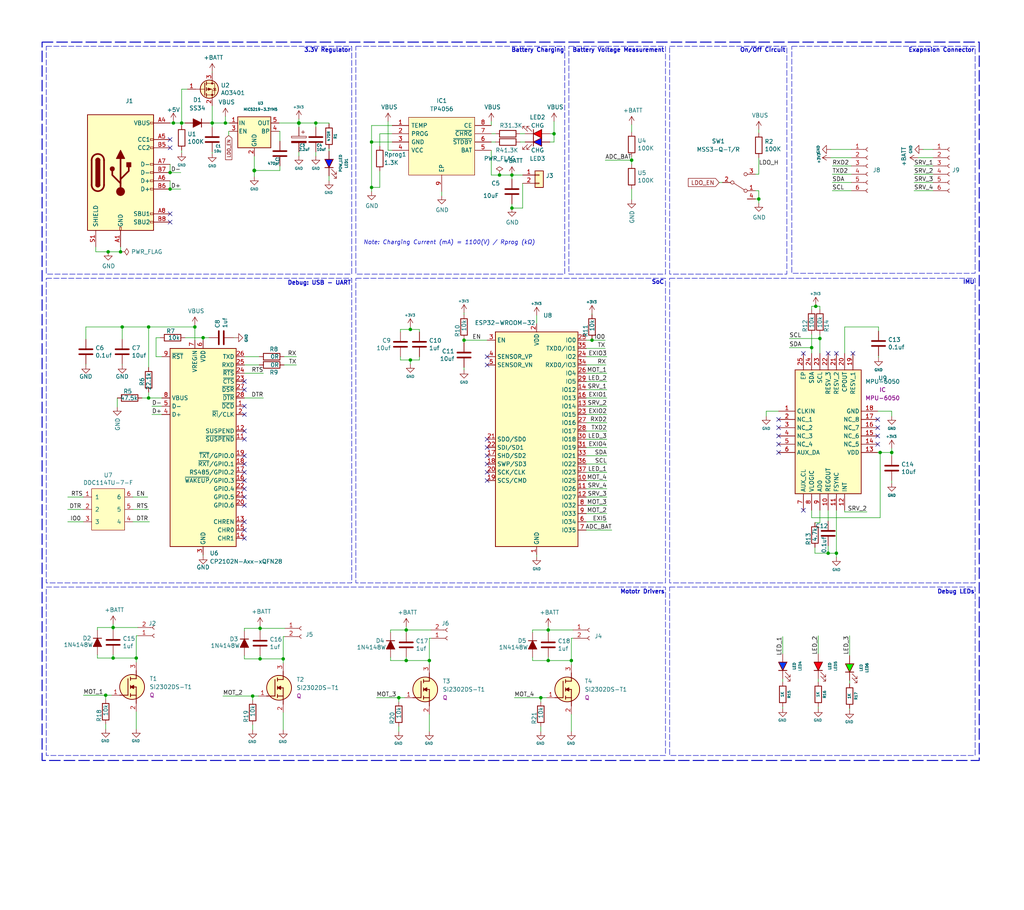
<source format=kicad_sch>
(kicad_sch (version 20231120) (generator "eeschema") (generator_version "8.0")
  (paper "User" 315.011 280.01)
  (title_block (title "ESP Drone") (date "2023-09-10") (rev "1.42b") (company "Jobit Joseph") (comment 1 " Semicon Media Pvt Ltd"))
  (lib_symbols
    (symbol "1N4148W_1" (pin_numbers hide) (pin_names hide)
      (property "Reference" "D2" (at -1.27 -4.572 90))
      (property "Value" "1N4148W" (at 0.762 -10.414 90))
      (symbol "1N4148W_1_1_1"
        (pin passive line (at -3.81 0 0) (length 2.54) (name "K") (number "1"))
        (pin passive line (at 3.81 0 180) (length 2.54) (name "A") (number "2"))
      )
    )
    (symbol "1N4148W_2" (pin_numbers hide) (pin_names hide)
      (property "Reference" "D3" (at -1.27 -4.572 90))
      (property "Value" "1N4148W" (at 0.762 -10.414 90))
      (symbol "1N4148W_2_1_1"
        (pin passive line (at -3.81 0 0) (length 2.54) (name "K") (number "1"))
        (pin passive line (at 3.81 0 180) (length 2.54) (name "A") (number "2"))
      )
    )
    (symbol "1N4148W_3" (pin_numbers hide) (pin_names hide)
      (property "Reference" "D4" (at -1.27 -4.572 90))
      (property "Value" "1N4148W" (at 0.762 -10.414 90))
      (symbol "1N4148W_3_1_1"
        (pin passive line (at -3.81 0 0) (length 2.54) (name "K") (number "1"))
        (pin passive line (at 3.81 0 180) (length 2.54) (name "A") (number "2"))
      )
    )
    (symbol "Connector:Conn_01x02_Female" (pin_names (offset 1.016) hide)
      (property "Reference" "J" (at 0 2.54 0))
      (property "Value" "Conn_01x02_Female" (at 0 -5.08 0))
      (symbol "Conn_01x02_Female_1_1"
        (pin passive line (at -5.08 0 0) (length 3.81) (name "Pin_1") (number "1"))
        (pin passive line (at -5.08 -2.54 0) (length 3.81) (name "Pin_2") (number "2"))
      )
    )
    (symbol "Connector:Conn_01x06_Female" (pin_names (offset 1.016) hide)
      (property "Reference" "J" (at 0 7.62 0))
      (property "Value" "Conn_01x06_Female" (at 0 -10.16 0))
      (symbol "Conn_01x06_Female_1_1"
        (pin passive line (at -5.08 5.08 0) (length 3.81) (name "Pin_1") (number "1"))
        (pin passive line (at -5.08 2.54 0) (length 3.81) (name "Pin_2") (number "2"))
        (pin passive line (at -5.08 0 0) (length 3.81) (name "Pin_3") (number "3"))
        (pin passive line (at -5.08 -2.54 0) (length 3.81) (name "Pin_4") (number "4"))
        (pin passive line (at -5.08 -5.08 0) (length 3.81) (name "Pin_5") (number "5"))
        (pin passive line (at -5.08 -7.62 0) (length 3.81) (name "Pin_6") (number "6"))
      )
    )
    (symbol "Connector_Generic:Conn_01x02" (pin_names (offset 1.016) hide)
      (property "Reference" "J" (at 0 2.54 0))
      (property "Value" "Conn_01x02" (at 0 -5.08 0))
      (symbol "Conn_01x02_1_1"
        (pin passive line (at -5.08 0 0) (length 3.81) (name "Pin_1") (number "1"))
        (pin passive line (at -5.08 -2.54 0) (length 3.81) (name "Pin_2") (number "2"))
      )
    )
    (symbol "Device:C" (pin_numbers hide) (pin_names (offset 0.254))
      (property "Reference" "C" (at 0.635 2.54 0))
      (property "Value" "C" (at 0.635 -2.54 0))
      (symbol "C_1_1"
        (pin passive line (at 0 3.81 270) (length 2.794) (name "~") (number "1"))
        (pin passive line (at 0 -3.81 90) (length 2.794) (name "~") (number "2"))
      )
    )
    (symbol "Device:C_Polarized" (pin_numbers hide) (pin_names (offset 0.254))
      (property "Reference" "C" (at 0.635 2.54 0))
      (property "Value" "C_Polarized" (at 0.635 -2.54 0))
      (symbol "C_Polarized_1_1"
        (pin passive line (at 0 3.81 270) (length 2.794) (name "~") (number "1"))
        (pin passive line (at 0 -3.81 90) (length 2.794) (name "~") (number "2"))
      )
    )
    (symbol "Device:LED" (pin_numbers hide) (pin_names (offset 1.016) hide)
      (property "Reference" "LED1" (at 0.0635 -5.334 0))
      (property "Value" "POW_LED" (at 0.0635 -3.556 0))
      (symbol "LED_1_1"
        (pin passive line (at -3.81 0 0) (length 2.54) (name "K") (number "1"))
        (pin passive line (at 3.81 0 180) (length 2.54) (name "A") (number "2"))
      )
    )
    (symbol "Device:R" (pin_numbers hide) (pin_names (offset 0))
      (property "Reference" "R" (at 2.032 0 90))
      (property "Value" "R" (at 0 0 90))
      (symbol "R_1_1"
        (pin passive line (at 0 3.81 270) (length 1.27) (name "~") (number "1"))
        (pin passive line (at 0 -3.81 90) (length 1.27) (name "~") (number "2"))
      )
    )
    (symbol "Diode:1N4148W" (pin_numbers hide) (pin_names hide)
      (property "Reference" "D5" (at -1.27 -4.572 90))
      (property "Value" "1N4148W" (at 0.762 -10.414 90))
      (symbol "1N4148W_1_1"
        (pin passive line (at -3.81 0 0) (length 2.54) (name "K") (number "1"))
        (pin passive line (at 3.81 0 180) (length 2.54) (name "A") (number "2"))
      )
    )
    (symbol "Diode:US1A" (pin_numbers hide) (pin_names (offset 1.016) hide)
      (property "Reference" "D1" (at 0 -7.112 0))
      (property "Value" "SS34" (at 0 -4.572 0))
      (symbol "US1A_1_1"
        (pin passive line (at -3.81 0 0) (length 2.54) (name "K") (number "1"))
        (pin passive line (at 3.81 0 180) (length 2.54) (name "A") (number "2"))
      )
    )
    (symbol "ESP32_TouchDown:DMG3415U-7" (pin_names (offset 0) hide)
      (property "Reference" "U2" (at 5.1816 1.1684 0))
      (property "Value" "AO3401" (at 5.1816 -1.143 0))
      (symbol "DMG3415U-7_1_1"
        (pin input line (at -5.08 0 0) (length 2.54) (name "G") (number "1"))
        (pin passive line (at 2.54 -5.08 90) (length 2.54) (name "S") (number "2"))
        (pin passive line (at 2.54 5.08 270) (length 2.54) (name "D") (number "3"))
      )
    )
    (symbol "Interface_USB:CP2102N-Axx-xQFN28"
      (property "Reference" "U" (at -8.89 31.75 0))
      (property "Value" "CP2102N-Axx-xQFN28" (at 12.7 31.75 0))
      (symbol "CP2102N-Axx-xQFN28_1_1"
        (pin input line (at 12.7 12.7 180) (length 2.54) (name "~{DCD}") (number "1"))
        (pin no_connect line (at -10.16 -27.94 0) (length 2.54) hide (name "NC") (number "10"))
        (pin output line (at 12.7 2.54 180) (length 2.54) (name "~{SUSPEND}") (number "11"))
        (pin output line (at 12.7 5.08 180) (length 2.54) (name "SUSPEND") (number "12"))
        (pin output line (at 12.7 -22.86 180) (length 2.54) (name "CHREN") (number "13"))
        (pin output line (at 12.7 -27.94 180) (length 2.54) (name "CHR1") (number "14"))
        (pin output line (at 12.7 -25.4 180) (length 2.54) (name "CHR0") (number "15"))
        (pin bidirectional line (at 12.7 -10.16 180) (length 2.54) (name "~{WAKEUP}/GPIO.3") (number "16"))
        (pin bidirectional line (at 12.7 -7.62 180) (length 2.54) (name "RS485/GPIO.2") (number "17"))
        (pin bidirectional line (at 12.7 -5.08 180) (length 2.54) (name "~{RXT}/GPIO.1") (number "18"))
        (pin bidirectional line (at 12.7 -2.54 180) (length 2.54) (name "~{TXT}/GPIO.0") (number "19"))
        (pin bidirectional line (at 12.7 10.16 180) (length 2.54) (name "~{RI}/CLK") (number "2"))
        (pin bidirectional line (at 12.7 -17.78 180) (length 2.54) (name "GPIO.6") (number "20"))
        (pin bidirectional line (at 12.7 -15.24 180) (length 2.54) (name "GPIO.5") (number "21"))
        (pin bidirectional line (at 12.7 -12.7 180) (length 2.54) (name "GPIO.4") (number "22"))
        (pin input line (at 12.7 20.32 180) (length 2.54) (name "~{CTS}") (number "23"))
        (pin output line (at 12.7 22.86 180) (length 2.54) (name "~{RTS}") (number "24"))
        (pin input line (at 12.7 25.4 180) (length 2.54) (name "RXD") (number "25"))
        (pin output line (at 12.7 27.94 180) (length 2.54) (name "TXD") (number "26"))
        (pin input line (at 12.7 17.78 180) (length 2.54) (name "~{DSR}") (number "27"))
        (pin output line (at 12.7 15.24 180) (length 2.54) (name "~{DTR}") (number "28"))
        (pin passive line (at 0 -33.02 90) (length 2.54) hide (name "GND") (number "29"))
        (pin power_in line (at 0 -33.02 90) (length 2.54) (name "GND") (number "3"))
        (pin bidirectional line (at -12.7 10.16 0) (length 2.54) (name "D+") (number "4"))
        (pin bidirectional line (at -12.7 12.7 0) (length 2.54) (name "D-") (number "5"))
        (pin power_in line (at 0 33.02 270) (length 2.54) (name "VDD") (number "6"))
        (pin power_in line (at -2.54 33.02 270) (length 2.54) (name "VREGIN") (number "7"))
        (pin input line (at -12.7 15.24 0) (length 2.54) (name "VBUS") (number "8"))
        (pin input line (at -12.7 27.94 0) (length 2.54) (name "~{RST}") (number "9"))
      )
    )
    (symbol "LED_1" (pin_numbers hide) (pin_names (offset 1.016) hide)
      (property "Reference" "LED4" (at 0.0635 -5.334 0))
      (property "Value" "LED" (at 0.0635 -3.556 0))
      (symbol "LED_1_1_1"
        (pin passive line (at -3.81 0 0) (length 2.54) (name "K") (number "1"))
        (pin passive line (at 3.81 0 180) (length 2.54) (name "A") (number "2"))
      )
    )
    (symbol "LED_2" (pin_numbers hide) (pin_names (offset 1.016) hide)
      (property "Reference" "LED5" (at 0.0635 -5.334 0))
      (property "Value" "LED" (at 0.0635 -3.556 0))
      (symbol "LED_2_1_1"
        (pin passive line (at -3.81 0 0) (length 2.54) (name "K") (number "1"))
        (pin passive line (at 3.81 0 180) (length 2.54) (name "A") (number "2"))
      )
    )
    (symbol "LED_3" (pin_numbers hide) (pin_names (offset 1.016) hide)
      (property "Reference" "LED6" (at 0.0635 -5.334 0))
      (property "Value" "LED" (at 0.0635 -3.556 0))
      (symbol "LED_3_1_1"
        (pin passive line (at -3.81 0 0) (length 2.54) (name "K") (number "1"))
        (pin passive line (at 3.81 0 180) (length 2.54) (name "A") (number "2"))
      )
    )
    (symbol "LED_4" (pin_numbers hide) (pin_names (offset 1.016) hide)
      (property "Reference" "LED2" (at 0 -5.08 0))
      (property "Value" "CHG" (at 0 -2.54 0))
      (symbol "LED_4_1_1"
        (pin passive line (at -3.81 0 0) (length 2.54) (name "K") (number "1"))
        (pin passive line (at 3.81 0 180) (length 2.54) (name "A") (number "2"))
      )
    )
    (symbol "LED_5" (pin_numbers hide) (pin_names (offset 1.016) hide)
      (property "Reference" "LED3" (at 0 -5.08 0))
      (property "Value" "CHG" (at 0 -2.54 0))
      (symbol "LED_5_1_1"
        (pin passive line (at -3.81 0 0) (length 2.54) (name "K") (number "1"))
        (pin passive line (at 3.81 0 180) (length 2.54) (name "A") (number "2"))
      )
    )
    (symbol "MPU-6050:MPU-6050"
      (property "Value" "MPU-6050" (at 0 0 0))
      (property "Reference_1" "IC" (at 26.67 17.78 0))
      (property "Value_1" "MPU-6050" (at 26.67 15.24 0))
      (symbol "MPU-6050_1_1"
        (pin passive line (at 0 0 0) (length 5.08) (name "CLKIN") (number "1"))
        (pin passive line (at 15.24 -30.48 90) (length 5.08) (name "REGOUT") (number "10"))
        (pin passive line (at 17.78 -30.48 90) (length 5.08) (name "FSYNC") (number "11"))
        (pin passive line (at 20.32 -30.48 90) (length 5.08) (name "INT") (number "12"))
        (pin passive line (at 30.48 -12.7 180) (length 5.08) (name "VDD") (number "13"))
        (pin passive line (at 30.48 -10.16 180) (length 5.08) (name "NC_5") (number "14"))
        (pin passive line (at 30.48 -7.62 180) (length 5.08) (name "NC_6") (number "15"))
        (pin passive line (at 30.48 -5.08 180) (length 5.08) (name "NC_7") (number "16"))
        (pin passive line (at 30.48 -2.54 180) (length 5.08) (name "NC_8") (number "17"))
        (pin passive line (at 30.48 0 180) (length 5.08) (name "GND") (number "18"))
        (pin passive line (at 22.86 17.78 270) (length 5.08) (name "RESV_1") (number "19"))
        (pin passive line (at 0 -2.54 0) (length 5.08) (name "NC_1") (number "2"))
        (pin passive line (at 20.32 17.78 270) (length 5.08) (name "CPOUT") (number "20"))
        (pin passive line (at 17.78 17.78 270) (length 5.08) (name "RESV_2") (number "21"))
        (pin passive line (at 15.24 17.78 270) (length 5.08) (name "RESV_3") (number "22"))
        (pin passive line (at 12.7 17.78 270) (length 5.08) (name "SCL") (number "23"))
        (pin passive line (at 10.16 17.78 270) (length 5.08) (name "SDA") (number "24"))
        (pin passive line (at 7.62 17.78 270) (length 5.08) (name "EP") (number "25"))
        (pin passive line (at 0 -5.08 0) (length 5.08) (name "NC_2") (number "3"))
        (pin passive line (at 0 -7.62 0) (length 5.08) (name "NC_3") (number "4"))
        (pin passive line (at 0 -10.16 0) (length 5.08) (name "NC_4") (number "5"))
        (pin passive line (at 0 -12.7 0) (length 5.08) (name "AUX_DA") (number "6"))
        (pin passive line (at 7.62 -30.48 90) (length 5.08) (name "AUX_CL") (number "7"))
        (pin passive line (at 10.16 -30.48 90) (length 5.08) (name "VLOGIC") (number "8"))
        (pin passive line (at 12.7 -30.48 90) (length 5.08) (name "AD0") (number "9"))
      )
    )
    (symbol "RF_Module:ESP32-WROOM-32"
      (property "Reference" "U" (at -12.7 34.29 0))
      (property "Value" "ESP32-WROOM-32" (at 1.27 34.29 0))
      (symbol "ESP32-WROOM-32_1_1"
        (pin power_in line (at 0 -35.56 90) (length 2.54) (name "GND") (number "1"))
        (pin bidirectional line (at 15.24 -12.7 180) (length 2.54) (name "IO25") (number "10"))
        (pin bidirectional line (at 15.24 -15.24 180) (length 2.54) (name "IO26") (number "11"))
        (pin bidirectional line (at 15.24 -17.78 180) (length 2.54) (name "IO27") (number "12"))
        (pin bidirectional line (at 15.24 10.16 180) (length 2.54) (name "IO14") (number "13"))
        (pin bidirectional line (at 15.24 15.24 180) (length 2.54) (name "IO12") (number "14"))
        (pin passive line (at 0 -35.56 90) (length 2.54) hide (name "GND") (number "15"))
        (pin bidirectional line (at 15.24 12.7 180) (length 2.54) (name "IO13") (number "16"))
        (pin bidirectional line (at -15.24 -5.08 0) (length 2.54) (name "SHD/SD2") (number "17"))
        (pin bidirectional line (at -15.24 -7.62 0) (length 2.54) (name "SWP/SD3") (number "18"))
        (pin bidirectional line (at -15.24 -12.7 0) (length 2.54) (name "SCS/CMD") (number "19"))
        (pin power_in line (at 0 35.56 270) (length 2.54) (name "VDD") (number "2"))
        (pin bidirectional line (at -15.24 -10.16 0) (length 2.54) (name "SCK/CLK") (number "20"))
        (pin bidirectional line (at -15.24 0 0) (length 2.54) (name "SDO/SD0") (number "21"))
        (pin bidirectional line (at -15.24 -2.54 0) (length 2.54) (name "SDI/SD1") (number "22"))
        (pin bidirectional line (at 15.24 7.62 180) (length 2.54) (name "IO15") (number "23"))
        (pin bidirectional line (at 15.24 25.4 180) (length 2.54) (name "IO2") (number "24"))
        (pin bidirectional line (at 15.24 30.48 180) (length 2.54) (name "IO0") (number "25"))
        (pin bidirectional line (at 15.24 20.32 180) (length 2.54) (name "IO4") (number "26"))
        (pin bidirectional line (at 15.24 5.08 180) (length 2.54) (name "IO16") (number "27"))
        (pin bidirectional line (at 15.24 2.54 180) (length 2.54) (name "IO17") (number "28"))
        (pin bidirectional line (at 15.24 17.78 180) (length 2.54) (name "IO5") (number "29"))
        (pin input line (at -15.24 30.48 0) (length 2.54) (name "EN") (number "3"))
        (pin bidirectional line (at 15.24 0 180) (length 2.54) (name "IO18") (number "30"))
        (pin bidirectional line (at 15.24 -2.54 180) (length 2.54) (name "IO19") (number "31"))
        (pin no_connect line (at -12.7 -27.94 0) (length 2.54) hide (name "NC") (number "32"))
        (pin bidirectional line (at 15.24 -5.08 180) (length 2.54) (name "IO21") (number "33"))
        (pin bidirectional line (at 15.24 22.86 180) (length 2.54) (name "RXD0/IO3") (number "34"))
        (pin bidirectional line (at 15.24 27.94 180) (length 2.54) (name "TXD0/IO1") (number "35"))
        (pin bidirectional line (at 15.24 -7.62 180) (length 2.54) (name "IO22") (number "36"))
        (pin bidirectional line (at 15.24 -10.16 180) (length 2.54) (name "IO23") (number "37"))
        (pin passive line (at 0 -35.56 90) (length 2.54) hide (name "GND") (number "38"))
        (pin passive line (at 0 -35.56 90) (length 2.54) hide (name "GND") (number "39"))
        (pin input line (at -15.24 25.4 0) (length 2.54) (name "SENSOR_VP") (number "4"))
        (pin input line (at -15.24 22.86 0) (length 2.54) (name "SENSOR_VN") (number "5"))
        (pin input line (at 15.24 -25.4 180) (length 2.54) (name "IO34") (number "6"))
        (pin input line (at 15.24 -27.94 180) (length 2.54) (name "IO35") (number "7"))
        (pin bidirectional line (at 15.24 -20.32 180) (length 2.54) (name "IO32") (number "8"))
        (pin bidirectional line (at 15.24 -22.86 180) (length 2.54) (name "IO33") (number "9"))
      )
    )
    (symbol "Regulator_Linear:MIC5219-3.3YM5" (pin_names (offset 0.254))
      (property "Reference" "U" (at -3.81 5.715 0))
      (property "Value" "MIC5219-3.3YM5" (at 0 5.715 0))
      (symbol "MIC5219-3.3YM5_1_1"
        (pin power_in line (at -7.62 2.54 0) (length 2.54) (name "IN") (number "1"))
        (pin power_in line (at 0 -7.62 90) (length 2.54) (name "GND") (number "2"))
        (pin input line (at -7.62 0 0) (length 2.54) (name "EN") (number "3"))
        (pin input line (at 7.62 0 180) (length 2.54) (name "BP") (number "4"))
        (pin power_out line (at 7.62 2.54 180) (length 2.54) (name "OUT") (number "5"))
      )
    )
    (symbol "SI2302DS-T1:SI2302DS-T1" (pin_names hide)
      (property "Reference" "T4" (at 11.684 5.0801 0))
      (property "Value" "SI2302DS-T1" (at 11.684 2.5401 0))
      (property "Reference_1" "Q" (at 11.684 0.0001 0))
      (symbol "SI2302DS-T1_1_1"
        (pin passive line (at 0 0 0) (length 2.54) (name "G") (number "1"))
        (pin passive line (at 7.62 -5.08 90) (length 2.54) (name "S") (number "2"))
        (pin passive line (at 7.62 10.16 270) (length 2.54) (name "D") (number "3"))
      )
    )
    (symbol "SI2302DS-T1_1" (pin_names hide)
      (property "Reference" "T1" (at 11.684 5.0801 0))
      (property "Value" "SI2302DS-T1" (at 11.684 2.5401 0))
      (property "Reference_1" "Q" (at 11.684 0.0001 0))
      (symbol "SI2302DS-T1_1_1_1"
        (pin passive line (at 0 0 0) (length 2.54) (name "G") (number "1"))
        (pin passive line (at 7.62 -5.08 90) (length 2.54) (name "S") (number "2"))
        (pin passive line (at 7.62 10.16 270) (length 2.54) (name "D") (number "3"))
      )
    )
    (symbol "SI2302DS-T1_2" (pin_names hide)
      (property "Reference" "T2" (at 11.684 5.0801 0))
      (property "Value" "SI2302DS-T1" (at 11.684 2.5401 0))
      (property "Reference_1" "Q" (at 11.684 0.0001 0))
      (symbol "SI2302DS-T1_2_1_1"
        (pin passive line (at 0 0 0) (length 2.54) (name "G") (number "1"))
        (pin passive line (at 7.62 -5.08 90) (length 2.54) (name "S") (number "2"))
        (pin passive line (at 7.62 10.16 270) (length 2.54) (name "D") (number "3"))
      )
    )
    (symbol "SI2302DS-T1_3" (pin_names hide)
      (property "Reference" "T3" (at 11.684 5.0801 0))
      (property "Value" "SI2302DS-T1" (at 11.684 2.5401 0))
      (property "Reference_1" "Q" (at 11.684 0.0001 0))
      (symbol "SI2302DS-T1_3_1_1"
        (pin passive line (at 0 0 0) (length 2.54) (name "G") (number "1"))
        (pin passive line (at 7.62 -5.08 90) (length 2.54) (name "S") (number "2"))
        (pin passive line (at 7.62 10.16 270) (length 2.54) (name "D") (number "3"))
      )
    )
    (symbol "Switch:SW_SPDT" (pin_names (offset 0) hide)
      (property "Reference" "SW3" (at -6.35 -12.7 0))
      (property "Value" "K3-1280S-F1 " (at -6.35 -10.16 0))
      (symbol "SW_SPDT_1_1"
        (pin passive line (at 5.08 2.54 180) (length 2.54) (name "A") (number "1"))
        (pin passive line (at -5.08 0 0) (length 2.54) (name "B") (number "2"))
        (pin passive line (at 5.08 -2.54 180) (length 2.54) (name "C") (number "3"))
        (pin input line (at 5.08 5.08 180) (length 2.54) (name "4") (number "4"))
      )
    )
    (symbol "TP4056-42-ESOP8:TP4056-42-ESOP8" (pin_names (offset 0.762))
      (property "Reference" "IC?" (at 15.24 7.62 0))
      (property "Value" "TP4056" (at 15.24 5.08 0))
      (symbol "TP4056-42-ESOP8_0_0"
        (pin passive line (at 0 0 0) (length 5.08) (name "TEMP") (number "1"))
        (pin passive line (at 0 -2.54 0) (length 5.08) (name "PROG") (number "2"))
        (pin passive line (at 0 -5.08 0) (length 5.08) (name "GND") (number "3"))
        (pin passive line (at 0 -7.62 0) (length 5.08) (name "VCC") (number "4"))
        (pin passive line (at 30.48 -7.62 180) (length 5.08) (name "BAT") (number "5"))
        (pin passive line (at 30.48 -5.08 180) (length 5.08) (name "~{STDBY}") (number "6"))
        (pin passive line (at 30.48 -2.54 180) (length 5.08) (name "~{CHRG}") (number "7"))
        (pin passive line (at 30.48 0 180) (length 5.08) (name "CE") (number "8"))
        (pin passive line (at 15.24 -20.32 90) (length 5.08) (name "EP") (number "9"))
      )
    )
    (symbol "downloader-rescue:DDC114TU-7-F-my" (pin_names (offset 1.016))
      (property "Reference" "U7" (at 0 10.541 0))
      (property "Value" "DDC114TU-7-F" (at 0 8.2296 0))
      (symbol "DDC114TU-7-F-my_1_1"
        (pin passive line (at -7.62 3.81 0) (length 2.54) (name "1") (number "1"))
        (pin passive line (at -7.62 0 0) (length 2.54) (name "2") (number "2"))
        (pin passive line (at -7.62 -3.81 0) (length 2.54) (name "3") (number "3"))
        (pin passive line (at 7.62 -3.81 180) (length 2.54) (name "4") (number "4"))
        (pin passive line (at 7.62 0 180) (length 2.54) (name "5") (number "5"))
        (pin passive line (at 7.62 3.81 180) (length 2.54) (name "6") (number "6"))
      )
    )
    (symbol "downloader-rescue:USB_C_Receptacle_USB2.0-Connector" (pin_names (offset 1.016))
      (property "Reference" "J" (at -10.16 19.05 0))
      (property "Value" "USB_C_Receptacle_USB2.0-Connector" (at 19.05 19.05 0))
      (symbol "USB_C_Receptacle_USB2.0-Connector_1_1"
        (pin power_in line (at 0 -22.86 90) (length 5.08) (name "GND") (number "A1"))
        (pin passive line (at 0 -22.86 90) (length 5.08) hide (name "GND") (number "A12"))
        (pin power_in line (at 15.24 15.24 180) (length 5.08) (name "VBUS") (number "A4"))
        (pin bidirectional line (at 15.24 10.16 180) (length 5.08) (name "CC1") (number "A5"))
        (pin bidirectional line (at 15.24 -2.54 180) (length 5.08) (name "D+") (number "A6"))
        (pin bidirectional line (at 15.24 2.54 180) (length 5.08) (name "D-") (number "A7"))
        (pin bidirectional line (at 15.24 -12.7 180) (length 5.08) (name "SBU1") (number "A8"))
        (pin passive line (at 15.24 15.24 180) (length 5.08) hide (name "VBUS") (number "A9"))
        (pin passive line (at 0 -22.86 90) (length 5.08) hide (name "GND") (number "B1"))
        (pin passive line (at 0 -22.86 90) (length 5.08) hide (name "GND") (number "B12"))
        (pin passive line (at 15.24 15.24 180) (length 5.08) hide (name "VBUS") (number "B4"))
        (pin bidirectional line (at 15.24 7.62 180) (length 5.08) (name "CC2") (number "B5"))
        (pin bidirectional line (at 15.24 -5.08 180) (length 5.08) (name "D+") (number "B6"))
        (pin bidirectional line (at 15.24 0 180) (length 5.08) (name "D-") (number "B7"))
        (pin bidirectional line (at 15.24 -15.24 180) (length 5.08) (name "SBU2") (number "B8"))
        (pin passive line (at 15.24 15.24 180) (length 5.08) hide (name "VBUS") (number "B9"))
        (pin passive line (at -7.62 -22.86 90) (length 5.08) (name "SHIELD") (number "S1"))
      )
    )
    (symbol "power:+3V3" (power) (pin_names (offset 0))
      (property "Value" "+3V3" (at 0 3.556 0))
      (symbol "+3V3_1_1"
        (pin power_in line (at 0 0 90) (length 0) hide (name "+3V3") (number "1"))
      )
    )
    (symbol "power:+5V" (power) (pin_names (offset 0))
      (property "Value" "+5V" (at 0 3.556 0))
      (symbol "+5V_1_1"
        (pin power_in line (at 0 0 90) (length 0) hide (name "+5V") (number "1"))
      )
    )
    (symbol "power:+BATT" (power) (pin_names (offset 0))
      (property "Value" "+BATT" (at 0 3.556 0))
      (symbol "+BATT_1_1"
        (pin power_in line (at 0 0 90) (length 0) hide (name "+BATT") (number "1"))
      )
    )
    (symbol "power:GND" (power) (pin_names (offset 0))
      (property "Value" "GND" (at 0 -3.81 0))
      (symbol "GND_1_1"
        (pin power_in line (at 0 0 270) (length 0) hide (name "GND") (number "1"))
      )
    )
    (symbol "power:PWR_FLAG" (power) (pin_numbers hide) (pin_names (offset 0) hide)
      (property "Value" "PWR_FLAG" (at 0 3.81 0))
      (symbol "PWR_FLAG_0_0"
        (pin power_out line (at 0 0 90) (length 0) (name "pwr") (number "1"))
      )
    )
    (symbol "power:VBUS" (power) (pin_names (offset 0))
      (property "Value" "VBUS" (at 0 3.81 0))
      (symbol "VBUS_1_1"
        (pin power_in line (at 0 0 90) (length 0) hide (name "VBUS") (number "1"))
      )
    )
  )
  (junction (at 32.512 213.868))
  (junction (at 132.08 203.2))
  (junction (at 168.656 193.802))
  (junction (at 62.484 103.886))
  (junction (at 33.274 77.47))
  (junction (at 37.084 77.47))
  (junction (at 182.118 104.648))
  (junction (at 45.72 122.428))
  (junction (at 274.32 139.192))
  (junction (at 80.01 193.294))
  (junction (at 78.232 52.451) (diameter 1.016))
  (junction (at 170.434 41.148))
  (junction (at 166.37 214.63))
  (junction (at 52.324 53.086))
  (junction (at 41.91 202.438))
  (junction (at 97.155 37.846))
  (junction (at 55.88 37.846))
  (junction (at 194.31 49.276))
  (junction (at 124.968 203.2))
  (junction (at 270.764 139.192))
  (junction (at 175.768 203.2))
  (junction (at 252.222 104.14))
  (junction (at 153.67 53.848))
  (junction (at 91.948 37.846) (diameter 1.016))
  (junction (at 124.968 193.802))
  (junction (at 233.426 61.214))
  (junction (at 114.3 43.688))
  (junction (at 34.798 193.04))
  (junction (at 65.278 37.846))
  (junction (at 126.238 101.346))
  (junction (at 69.342 37.846))
  (junction (at 257.302 170.18))
  (junction (at 114.3 57.658))
  (junction (at 168.656 203.2))
  (junction (at 80.01 202.692))
  (junction (at 142.748 104.648))
  (junction (at 249.682 106.934))
  (junction (at 254.762 170.18))
  (junction (at 53.34 37.846))
  (junction (at 37.592 100.584))
  (junction (at 157.48 53.848))
  (junction (at 122.682 214.63))
  (junction (at 250.952 94.234))
  (junction (at 45.72 100.584))
  (junction (at 87.122 202.692))
  (junction (at 34.798 202.438))
  (junction (at 59.944 100.584))
  (junction (at 157.48 64.008))
  (junction (at 52.324 58.166))
  (junction (at 126.238 110.744))
  (junction (at 77.724 214.122))
  (no_connect (at 75.184 140.208))
  (no_connect (at 239.522 139.192))
  (no_connect (at 149.86 137.668))
  (no_connect (at 75.184 119.888))
  (no_connect (at 52.324 42.926))
  (no_connect (at 247.142 156.972))
  (no_connect (at 75.184 147.828))
  (no_connect (at 262.382 108.712))
  (no_connect (at 75.184 145.288))
  (no_connect (at 52.324 65.786))
  (no_connect (at 149.86 147.828))
  (no_connect (at 270.002 136.652))
  (no_connect (at 239.522 134.112))
  (no_connect (at 75.184 127.508))
  (no_connect (at 257.302 108.712))
  (no_connect (at 75.184 163.068))
  (no_connect (at 75.184 132.588))
  (no_connect (at 75.184 155.448))
  (no_connect (at 75.184 165.608))
  (no_connect (at 75.184 160.528))
  (no_connect (at 52.324 68.326))
  (no_connect (at 149.86 109.728))
  (no_connect (at 52.324 45.466))
  (no_connect (at 149.86 112.268))
  (no_connect (at 75.184 135.128))
  (no_connect (at 149.86 135.128))
  (no_connect (at 270.002 129.032))
  (no_connect (at 75.184 150.368))
  (no_connect (at 149.86 145.288))
  (no_connect (at 149.86 142.748))
  (no_connect (at 75.184 142.748))
  (no_connect (at 239.522 131.572))
  (no_connect (at 270.002 131.572))
  (no_connect (at 247.142 108.712))
  (no_connect (at 149.86 140.208))
  (no_connect (at 75.184 152.908))
  (no_connect (at 254.762 108.712))
  (no_connect (at 239.522 129.032))
  (no_connect (at 75.184 117.348))
  (no_connect (at 239.522 136.652))
  (no_connect (at 75.184 124.968))
  (no_connect (at 270.002 134.112))
  (wire (pts (xy 62.484 170.942) (xy 62.484 170.688)))
  (wire (pts (xy 41.91 195.58) (xy 41.91 202.438)))
  (wire (pts (xy 78.232 52.451) (xy 78.232 54.356)))
  (wire (pts (xy 186.69 157.988) (xy 180.34 157.988)))
  (wire (pts (xy 86.106 43.434) (xy 86.106 40.386)))
  (wire (pts (xy 256.032 53.594) (xy 261.874 53.594)))
  (wire (pts (xy 34.798 193.04) (xy 34.798 193.802)))
  (wire (pts (xy 116.84 57.658) (xy 114.3 57.658)))
  (wire (pts (xy 194.31 38.354) (xy 194.31 40.64)))
  (wire (pts (xy 48.006 109.728) (xy 49.784 109.728)))
  (wire (pts (xy 249.682 159.258) (xy 270.764 159.258)))
  (wire (pts (xy 252.222 108.712) (xy 252.222 104.14)))
  (wire (pts (xy 87.122 224.536) (xy 87.122 219.202)))
  (wire (pts (xy 240.792 195.834) (xy 240.792 201.168)))
  (wire (pts (xy 281.178 56.134) (xy 287.02 56.134)))
  (wire (pts (xy 186.182 104.648) (xy 182.118 104.648)))
  (wire (pts (xy 160.782 64.008) (xy 157.48 64.008)))
  (wire (pts (xy 251.714 208.788) (xy 251.714 209.804)))
  (wire (pts (xy 126.238 100.584) (xy 126.238 101.346)))
  (wire (pts (xy 168.656 203.2) (xy 163.83 203.2)))
  (wire (pts (xy 257.302 156.972) (xy 257.302 170.18)))
  (wire (pts (xy 163.83 193.802) (xy 163.83 194.564)))
  (wire (pts (xy 182.118 104.648) (xy 180.34 104.648)))
  (wire (pts (xy 57.658 27.432) (xy 55.88 27.432)))
  (wire (pts (xy 81.026 122.428) (xy 75.184 122.428)))
  (wire (pts (xy 186.69 150.368) (xy 180.34 150.368)))
  (wire (pts (xy 182.118 96.52) (xy 182.118 96.774)))
  (wire (pts (xy 77.724 214.122) (xy 77.724 215.392)))
  (wire (pts (xy 251.714 195.58) (xy 251.714 201.168)))
  (wire (pts (xy 186.69 135.128) (xy 180.34 135.128)))
  (wire (pts (xy 116.84 52.578) (xy 116.84 57.658)))
  (wire (pts (xy 123.19 110.744) (xy 126.238 110.744)))
  (wire (pts (xy 157.48 53.848) (xy 157.48 55.118)))
  (wire (pts (xy 186.182 49.276) (xy 194.31 49.276)))
  (wire (pts (xy 126.238 101.346) (xy 129.032 101.346)))
  (wire (pts (xy 114.3 38.608) (xy 114.3 43.688)))
  (wire (pts (xy 186.436 112.268) (xy 180.34 112.268)))
  (wire (pts (xy 165.1 97.028) (xy 165.1 99.568)))
  (wire (pts (xy 259.842 156.972) (xy 259.842 157.48)))
  (wire (pts (xy 40.894 160.528) (xy 45.974 160.528)))
  (wire (pts (xy 25.654 152.908) (xy 20.828 152.908)))
  (wire (pts (xy 29.972 193.04) (xy 34.798 193.04)))
  (wire (pts (xy 78.232 48.006) (xy 78.232 52.451)))
  (wire (pts (xy 65.278 37.846) (xy 69.342 37.846)))
  (wire (pts (xy 170.434 41.148) (xy 170.434 43.688)))
  (wire (pts (xy 64.262 103.886) (xy 62.484 103.886)))
  (wire (pts (xy 249.682 156.972) (xy 249.682 159.258)))
  (wire (pts (xy 240.792 208.788) (xy 240.792 209.804)))
  (wire (pts (xy 55.88 37.846) (xy 56.896 37.846)))
  (wire (pts (xy 120.142 193.802) (xy 120.142 194.564)))
  (wire (pts (xy 37.592 100.584) (xy 45.72 100.584)))
  (wire (pts (xy 55.88 46.99) (xy 55.88 46.228)))
  (wire (pts (xy 37.084 77.47) (xy 33.274 77.47)))
  (wire (pts (xy 157.48 53.848) (xy 160.782 53.848)))
  (wire (pts (xy 124.968 193.802) (xy 132.588 193.802)))
  (wire (pts (xy 91.948 46.736) (xy 91.948 48.006)))
  (wire (pts (xy 186.69 114.808) (xy 180.34 114.808)))
  (wire (pts (xy 80.01 193.294) (xy 80.01 194.056)))
  (wire (pts (xy 101.219 38.1) (xy 101.219 37.846)))
  (wire (pts (xy 87.122 195.834) (xy 87.63 195.834)))
  (wire (pts (xy 194.31 48.26) (xy 194.31 49.276)))
  (wire (pts (xy 34.29 213.868) (xy 32.512 213.868)))
  (wire (pts (xy 160.02 43.688) (xy 161.544 43.688)))
  (wire (pts (xy 37.592 112.268) (xy 37.592 112.014)))
  (wire (pts (xy 36.068 125.222) (xy 36.068 122.428)))
  (wire (pts (xy 49.276 103.886) (xy 48.006 103.886)))
  (wire (pts (xy 176.276 193.802) (xy 168.656 193.802)))
  (wire (pts (xy 79.502 214.122) (xy 77.724 214.122)))
  (wire (pts (xy 132.08 203.2) (xy 132.08 204.47)))
  (wire (pts (xy 186.69 160.528) (xy 180.34 160.528)))
  (wire (pts (xy 186.69 132.588) (xy 180.34 132.588)))
  (wire (pts (xy 116.84 41.148) (xy 120.65 41.148)))
  (wire (pts (xy 168.656 202.184) (xy 168.656 203.2)))
  (wire (pts (xy 274.32 148.59) (xy 274.32 147.828)))
  (wire (pts (xy 186.69 124.968) (xy 180.34 124.968)))
  (wire (pts (xy 115.824 214.63) (xy 122.682 214.63)))
  (wire (pts (xy 166.37 214.63) (xy 166.37 215.9)))
  (wire (pts (xy 186.69 155.448) (xy 180.34 155.448)))
  (wire (pts (xy 65.278 37.846) (xy 65.278 39.116)))
  (wire (pts (xy 70.358 41.656) (xy 70.358 40.386)))
  (wire (pts (xy 25.654 156.718) (xy 20.828 156.718)))
  (wire (pts (xy 29.972 193.04) (xy 29.972 193.802)))
  (wire (pts (xy 186.69 147.828) (xy 180.34 147.828)))
  (wire (pts (xy 45.72 100.584) (xy 45.72 113.03)))
  (wire (pts (xy 52.324 55.626) (xy 52.324 58.166)))
  (wire (pts (xy 129.032 101.346) (xy 129.032 102.108)))
  (wire (pts (xy 274.32 137.922) (xy 274.32 139.192)))
  (wire (pts (xy 186.69 109.728) (xy 180.34 109.728)))
  (wire (pts (xy 129.032 110.744) (xy 129.032 109.728)))
  (wire (pts (xy 257.302 171.45) (xy 257.302 170.18)))
  (wire (pts (xy 91.948 37.846) (xy 91.948 39.116)))
  (wire (pts (xy 270.002 139.192) (xy 270.764 139.192)))
  (wire (pts (xy 25.654 213.868) (xy 32.512 213.868)))
  (wire (pts (xy 87.63 193.294) (xy 80.01 193.294)))
  (wire (pts (xy 254.762 160.274) (xy 254.762 156.972)))
  (wire (pts (xy 120.65 38.608) (xy 114.3 38.608)))
  (wire (pts (xy 34.798 192.024) (xy 34.798 193.04)))
  (wire (pts (xy 151.13 41.148) (xy 152.4 41.148)))
  (wire (pts (xy 135.89 60.198) (xy 135.89 58.928)))
  (wire (pts (xy 151.13 37.338) (xy 151.13 38.608)))
  (wire (pts (xy 169.164 43.688) (xy 170.434 43.688)))
  (wire (pts (xy 45.72 100.584) (xy 59.944 100.584)))
  (wire (pts (xy 46.736 127.508) (xy 49.784 127.508)))
  (wire (pts (xy 186.69 122.428) (xy 180.34 122.428)))
  (wire (pts (xy 270.256 100.584) (xy 270.256 101.854)))
  (wire (pts (xy 119.38 37.338) (xy 119.38 46.228)))
  (wire (pts (xy 52.324 53.086) (xy 55.626 53.086)))
  (wire (pts (xy 186.69 152.908) (xy 180.34 152.908)))
  (wire (pts (xy 124.968 193.802) (xy 124.968 194.564)))
  (wire (pts (xy 40.894 152.908) (xy 45.466 152.908)))
  (wire (pts (xy 26.416 112.268) (xy 26.416 112.014)))
  (wire (pts (xy 59.944 100.584) (xy 59.944 104.648)))
  (wire (pts (xy 53.34 37.338) (xy 53.34 37.846)))
  (wire (pts (xy 124.968 193.802) (xy 120.142 193.802)))
  (wire (pts (xy 239.522 126.492) (xy 235.712 126.492)))
  (wire (pts (xy 65.278 22.098) (xy 65.278 22.352)))
  (wire (pts (xy 75.184 202.692) (xy 75.184 201.676)))
  (wire (pts (xy 32.512 224.282) (xy 32.512 222.758)))
  (wire (pts (xy 91.186 112.268) (xy 87.376 112.268)))
  (wire (pts (xy 124.46 214.63) (xy 122.682 214.63)))
  (wire (pts (xy 259.842 157.48) (xy 266.7 157.48)))
  (wire (pts (xy 142.748 113.792) (xy 142.748 113.03)))
  (wire (pts (xy 114.3 57.658) (xy 114.3 58.928)))
  (wire (pts (xy 249.682 94.234) (xy 250.952 94.234)))
  (wire (pts (xy 256.032 51.054) (xy 261.874 51.054)))
  (wire (pts (xy 132.08 225.044) (xy 132.08 219.71)))
  (wire (pts (xy 242.824 104.14) (xy 252.222 104.14)))
  (wire (pts (xy 80.01 192.532) (xy 80.01 193.294)))
  (wire (pts (xy 157.48 64.008) (xy 157.48 62.738)))
  (wire (pts (xy 68.58 214.122) (xy 77.724 214.122)))
  (wire (pts (xy 163.83 203.2) (xy 163.83 202.184)))
  (wire (pts (xy 101.219 54.102) (xy 101.219 55.626)))
  (wire (pts (xy 233.426 48.514) (xy 233.426 53.594)))
  (wire (pts (xy 252.222 95.25) (xy 252.222 94.234)))
  (wire (pts (xy 186.69 145.288) (xy 180.34 145.288)))
  (wire (pts (xy 79.756 109.728) (xy 75.184 109.728)))
  (wire (pts (xy 165.1 171.196) (xy 165.1 170.688)))
  (wire (pts (xy 41.91 224.282) (xy 41.91 218.948)))
  (wire (pts (xy 52.324 58.166) (xy 55.626 58.166)))
  (wire (pts (xy 282.448 48.514) (xy 287.02 48.514)))
  (wire (pts (xy 168.656 192.786) (xy 168.656 193.802)))
  (wire (pts (xy 41.91 202.438) (xy 34.798 202.438)))
  (wire (pts (xy 34.798 193.04) (xy 42.418 193.04)))
  (wire (pts (xy 281.178 51.054) (xy 287.02 51.054)))
  (wire (pts (xy 91.948 37.846) (xy 97.155 37.846)))
  (wire (pts (xy 194.31 49.276) (xy 194.31 50.546)))
  (wire (pts (xy 194.31 61.468) (xy 194.31 58.166)))
  (wire (pts (xy 274.32 128.016) (xy 274.32 126.492)))
  (wire (pts (xy 254.762 170.18) (xy 257.302 170.18)))
  (wire (pts (xy 70.358 40.386) (xy 70.612 40.386)))
  (wire (pts (xy 186.69 127.508) (xy 180.34 127.508)))
  (wire (pts (xy 274.32 139.192) (xy 274.32 140.208)))
  (wire (pts (xy 270.764 139.192) (xy 274.32 139.192)))
  (wire (pts (xy 86.106 51.054) (xy 86.106 52.451)))
  (wire (pts (xy 252.222 160.782) (xy 252.222 156.972)))
  (wire (pts (xy 132.588 196.342) (xy 132.08 196.342)))
  (wire (pts (xy 80.01 202.692) (xy 75.184 202.692)))
  (wire (pts (xy 175.768 203.2) (xy 168.656 203.2)))
  (wire (pts (xy 37.592 100.584) (xy 37.592 104.394)))
  (wire (pts (xy 80.01 201.676) (xy 80.01 202.692)))
  (wire (pts (xy 233.426 39.878) (xy 233.426 40.894)))
  (wire (pts (xy 249.682 102.87) (xy 249.682 106.934)))
  (wire (pts (xy 29.464 77.47) (xy 33.274 77.47)))
  (wire (pts (xy 142.748 104.394) (xy 142.748 104.648)))
  (wire (pts (xy 261.366 195.58) (xy 261.366 201.676)))
  (wire (pts (xy 142.748 104.648) (xy 149.86 104.648)))
  (wire (pts (xy 55.88 27.432) (xy 55.88 37.846)))
  (wire (pts (xy 26.416 104.394) (xy 26.416 100.584)))
  (wire (pts (xy 97.155 37.846) (xy 101.219 37.846)))
  (wire (pts (xy 242.824 106.934) (xy 249.682 106.934)))
  (wire (pts (xy 232.41 58.674) (xy 233.426 58.674)))
  (wire (pts (xy 142.748 104.648) (xy 142.748 105.41)))
  (wire (pts (xy 249.682 108.712) (xy 249.682 106.934)))
  (wire (pts (xy 46.736 124.968) (xy 49.784 124.968)))
  (wire (pts (xy 120.65 43.688) (xy 114.3 43.688)))
  (wire (pts (xy 29.972 202.438) (xy 29.972 201.422)))
  (wire (pts (xy 233.426 58.674) (xy 233.426 61.214)))
  (wire (pts (xy 250.698 160.782) (xy 252.222 160.782)))
  (wire (pts (xy 168.656 193.802) (xy 163.83 193.802)))
  (wire (pts (xy 186.69 140.208) (xy 180.34 140.208)))
  (wire (pts (xy 259.842 100.584) (xy 270.256 100.584)))
  (wire (pts (xy 232.41 61.214) (xy 233.426 61.214)))
  (wire (pts (xy 188.214 163.068) (xy 180.34 163.068)))
  (wire (pts (xy 124.968 203.2) (xy 120.142 203.2)))
  (wire (pts (xy 65.278 32.512) (xy 65.278 37.846)))
  (wire (pts (xy 186.182 107.188) (xy 180.34 107.188)))
  (wire (pts (xy 256.032 56.134) (xy 261.874 56.134)))
  (wire (pts (xy 43.688 122.428) (xy 45.72 122.428)))
  (wire (pts (xy 259.842 108.712) (xy 259.842 100.584)))
  (wire (pts (xy 41.91 202.438) (xy 41.91 203.708)))
  (wire (pts (xy 45.72 120.65) (xy 45.72 122.428)))
  (wire (pts (xy 32.512 213.868) (xy 32.512 215.138)))
  (wire (pts (xy 59.944 100.076) (xy 59.944 100.584)))
  (wire (pts (xy 56.896 103.886) (xy 62.484 103.886)))
  (wire (pts (xy 182.118 104.394) (xy 182.118 104.648)))
  (wire (pts (xy 274.32 126.492) (xy 270.002 126.492)))
  (wire (pts (xy 48.006 103.886) (xy 48.006 109.728)))
  (wire (pts (xy 186.69 119.888) (xy 180.34 119.888)))
  (wire (pts (xy 52.324 50.546) (xy 52.324 53.086)))
  (wire (pts (xy 77.724 224.536) (xy 77.724 223.012)))
  (wire (pts (xy 281.178 58.674) (xy 287.02 58.674)))
  (wire (pts (xy 86.106 52.451) (xy 78.232 52.451)))
  (wire (pts (xy 175.768 203.2) (xy 175.768 204.47)))
  (wire (pts (xy 250.698 168.402) (xy 250.698 170.18)))
  (wire (pts (xy 151.13 46.228) (xy 151.13 53.848)))
  (wire (pts (xy 116.84 44.958) (xy 116.84 41.148)))
  (wire (pts (xy 283.972 45.974) (xy 287.02 45.974)))
  (wire (pts (xy 249.682 95.25) (xy 249.682 94.234)))
  (wire (pts (xy 34.798 202.438) (xy 29.972 202.438)))
  (wire (pts (xy 42.418 195.58) (xy 41.91 195.58)))
  (wire (pts (xy 101.219 45.72) (xy 101.219 46.482)))
  (wire (pts (xy 69.342 37.846) (xy 70.612 37.846)))
  (wire (pts (xy 186.69 130.048) (xy 180.34 130.048)))
  (wire (pts (xy 45.72 122.428) (xy 49.784 122.428)))
  (wire (pts (xy 251.714 217.932) (xy 251.714 217.424)))
  (wire (pts (xy 123.19 101.346) (xy 126.238 101.346)))
  (wire (pts (xy 97.155 39.116) (xy 97.155 37.846)))
  (wire (pts (xy 86.106 40.386) (xy 85.852 40.386)))
  (wire (pts (xy 79.756 112.268) (xy 75.184 112.268)))
  (wire (pts (xy 158.242 214.63) (xy 166.37 214.63)))
  (wire (pts (xy 175.768 225.044) (xy 175.768 219.71)))
  (wire (pts (xy 52.324 37.846) (xy 53.34 37.846)))
  (wire (pts (xy 168.656 193.802) (xy 168.656 194.564)))
  (wire (pts (xy 87.122 202.692) (xy 80.01 202.692)))
  (wire (pts (xy 123.19 109.728) (xy 123.19 110.744)))
  (wire (pts (xy 114.3 43.688) (xy 114.3 57.658)))
  (wire (pts (xy 120.65 46.228) (xy 119.38 46.228)))
  (wire (pts (xy 29.464 75.946) (xy 29.464 77.47)))
  (wire (pts (xy 252.222 102.87) (xy 252.222 104.14)))
  (wire (pts (xy 34.798 201.422) (xy 34.798 202.438)))
  (wire (pts (xy 97.155 46.736) (xy 97.155 48.006)))
  (wire (pts (xy 255.524 45.974) (xy 261.874 45.974)))
  (wire (pts (xy 123.19 102.108) (xy 123.19 101.346)))
  (wire (pts (xy 124.968 192.786) (xy 124.968 193.802)))
  (wire (pts (xy 91.186 109.728) (xy 87.376 109.728)))
  (wire (pts (xy 75.184 193.294) (xy 75.184 194.056)))
  (wire (pts (xy 72.136 103.886) (xy 71.882 103.886)))
  (wire (pts (xy 175.768 196.342) (xy 176.276 196.342)))
  (wire (pts (xy 232.41 53.594) (xy 233.426 53.594)))
  (wire (pts (xy 175.768 196.342) (xy 175.768 203.2)))
  (wire (pts (xy 37.084 75.946) (xy 37.084 77.47)))
  (wire (pts (xy 170.434 37.338) (xy 170.434 41.148)))
  (wire (pts (xy 270.764 159.258) (xy 270.764 139.192)))
  (wire (pts (xy 80.01 193.294) (xy 75.184 193.294)))
  (wire (pts (xy 87.122 195.834) (xy 87.122 202.692)))
  (wire (pts (xy 166.37 225.044) (xy 166.37 223.52)))
  (wire (pts (xy 169.164 41.148) (xy 170.434 41.148)))
  (wire (pts (xy 124.968 202.184) (xy 124.968 203.2)))
  (wire (pts (xy 281.178 53.594) (xy 287.02 53.594)))
  (wire (pts (xy 186.69 142.748) (xy 180.34 142.748)))
  (wire (pts (xy 87.122 202.692) (xy 87.122 203.962)))
  (wire (pts (xy 120.142 203.2) (xy 120.142 202.184)))
  (wire (pts (xy 85.852 37.846) (xy 91.948 37.846)))
  (wire (pts (xy 26.416 100.584) (xy 37.592 100.584)))
  (wire (pts (xy 153.67 53.848) (xy 157.48 53.848)))
  (wire (pts (xy 65.278 46.736) (xy 65.278 47.244)))
  (wire (pts (xy 151.13 53.848) (xy 153.67 53.848)))
  (wire (pts (xy 132.08 203.2) (xy 124.968 203.2)))
  (wire (pts (xy 69.342 35.814) (xy 69.342 37.846)))
  (wire (pts (xy 186.69 137.668) (xy 180.34 137.668)))
  (wire (pts (xy 250.698 170.18) (xy 254.762 170.18)))
  (wire (pts (xy 235.712 126.492) (xy 235.712 128.016)))
  (wire (pts (xy 222.25 56.134) (xy 221.234 56.134)))
  (wire (pts (xy 252.222 94.234) (xy 250.952 94.234)))
  (wire (pts (xy 126.238 110.744) (xy 129.032 110.744)))
  (wire (pts (xy 64.516 37.846) (xy 65.278 37.846)))
  (wire (pts (xy 126.238 110.744) (xy 126.238 112.014)))
  (wire (pts (xy 142.748 96.266) (xy 142.748 96.774)))
  (wire (pts (xy 151.13 43.688) (xy 152.4 43.688)))
  (wire (pts (xy 261.366 218.44) (xy 261.366 217.932)))
  (wire (pts (xy 270.256 109.982) (xy 270.256 109.474)))
  (wire (pts (xy 40.894 156.718) (xy 45.72 156.718)))
  (wire (pts (xy 132.08 196.342) (xy 132.08 203.2)))
  (wire (pts (xy 81.026 114.808) (xy 75.184 114.808)))
  (wire (pts (xy 55.88 37.846) (xy 55.88 38.608)))
  (wire (pts (xy 186.69 117.348) (xy 180.34 117.348)))
  (wire (pts (xy 53.34 37.846) (xy 55.88 37.846)))
  (wire (pts (xy 254.762 167.894) (xy 254.762 170.18)))
  (wire (pts (xy 240.792 217.932) (xy 240.792 217.424)))
  (wire (pts (xy 250.952 94.234) (xy 250.952 93.98)))
  (wire (pts (xy 25.654 160.528) (xy 20.828 160.528)))
  (wire (pts (xy 91.948 36.576) (xy 91.948 37.846)))
  (wire (pts (xy 255.524 48.514) (xy 261.874 48.514)))
  (wire (pts (xy 122.682 225.044) (xy 122.682 223.52)))
  (wire (pts (xy 160.02 41.148) (xy 161.544 41.148)))
  (wire (pts (xy 168.148 214.63) (xy 166.37 214.63)))
  (wire (pts (xy 256.032 58.674) (xy 261.874 58.674)))
  (wire (pts (xy 122.682 214.63) (xy 122.682 215.9)))
  (wire (pts (xy 62.484 104.648) (xy 62.484 103.886)))
  (wire (pts (xy 233.426 61.214) (xy 233.426 62.484)))
  (wire (pts (xy 261.366 209.296) (xy 261.366 210.312)))
  (wire (pts (xy 160.782 56.388) (xy 160.782 64.008)))
  (rectangle (start 205.994 14.224) (end 242.062 84.328) (stroke (width 0) (type dash)))
  (rectangle (start 243.586 14.224) (end 299.974 84.074) (stroke (width 0) (type dash)))
  (rectangle (start 205.994 85.598) (end 299.974 179.324) (stroke (width 0) (type dash)))
  (rectangle (start 175.006 14.224) (end 204.724 84.328) (stroke (width 0) (type dash)))
  (rectangle (start 14.224 85.598) (end 108.204 179.324) (stroke (width 0) (type dash)))
  (rectangle (start 14.224 14.224) (end 108.204 84.328) (stroke (width 0) (type dash)))
  (rectangle (start 205.994 180.594) (end 299.974 232.41) (stroke (width 0) (type dash)))
  (rectangle (start 109.474 85.598) (end 204.724 179.324) (stroke (width 0) (type dash)))
  (rectangle (start 14.224 180.594) (end 204.724 232.41) (stroke (width 0) (type dash)))
  (rectangle (start 12.954 12.954) (end 301.244 233.934) (stroke (width 0.3) (type dash)))
  (rectangle (start 109.474 14.224) (end 173.736 84.328) (stroke (width 0) (type dash)))
  (text "SoC" (at 200.406 87.63 0) (effects (font (size 1.27 1.27) (thickness 0.254) (bold yes)) (justify left bottom)))
  (text "Battery Voltage Measurement" (at 176.022 16.256 0) (effects (font (size 1.27 1.27) (thickness 0.254) (bold yes)) (justify left bottom)))
  (text "IMU" (at 296.164 87.63 0) (effects (font (size 1.27 1.27) (thickness 0.254) (bold yes)) (justify left bottom)))
  (text "Mototr Drivers" (at 190.754 182.88 0) (effects (font (size 1.27 1.27) (thickness 0.254) (bold yes)) (justify left bottom)))
  (text "Battery Charging" (at 157.226 16.256 0) (effects (font (size 1.27 1.27) (thickness 0.254) (bold yes)) (justify left bottom)))
  (text "Debug LEDs" (at 288.29 182.88 0) (effects (font (size 1.27 1.27) (thickness 0.254) (bold yes)) (justify left bottom)))
  (text "Debug: USB - UART" (at 88.392 87.884 0) (effects (font (size 1.27 1.27) (thickness 0.254) (bold yes)) (justify left bottom)))
  (text "Exapnsion Connector" (at 279.4 16.256 0) (effects (font (size 1.27 1.27) (thickness 0.254) (bold yes)) (justify left bottom)))
  (text "3.3V Regulator" (at 93.472 16.256 0) (effects (font (size 1.27 1.27) (thickness 0.254) (bold yes)) (justify left bottom)))
  (text "Note: Charging Current (mA) = 1100(V) / Rprog (kΩ)" (at 111.76 75.438 0) (effects (font (size 1.27 1.27) (italic yes)) (justify left bottom)))
  (text "On/Off Circuit" (at 227.584 16.256 0) (effects (font (size 1.27 1.27) (thickness 0.254) (bold yes)) (justify left bottom)))
  (label "ADC_BAT" (at 186.182 49.276 0))
  (label "LED_2" (at 251.714 195.58 270))
  (label "SRV_4" (at 281.178 58.674 0))
  (label "EN" (at 41.91 152.908 0))
  (label "MOT_1" (at 186.69 114.808 180))
  (label "DTR" (at 21.336 156.718 0))
  (label "SCL" (at 256.032 58.674 0))
  (label "MOT_4" (at 158.242 214.63 0))
  (label "SDA" (at 186.69 140.208 180))
  (label "SRV_1" (at 186.69 119.888 180))
  (label "MOT_3" (at 186.69 155.448 180))
  (label "TX" (at 186.182 107.188 180))
  (label "MOT_3" (at 115.824 214.63 0))
  (label "RTS" (at 81.026 114.808 180))
  (label "MOT_2" (at 186.69 157.988 180))
  (label "SCL" (at 186.69 142.748 180))
  (label "EXIO3" (at 186.69 109.728 180))
  (label "D-" (at 46.736 124.968 0))
  (label "TXD2" (at 256.032 53.594 0))
  (label "SRV_3" (at 281.178 56.134 0))
  (label "RX" (at 186.436 112.268 180))
  (label "SDA" (at 256.032 56.134 0))
  (label "RTS" (at 21.844 152.908 0))
  (label "EXI5" (at 186.69 160.528 180))
  (label "IO0" (at 186.182 104.648 180))
  (label "EXIO2" (at 186.69 127.508 180))
  (label "SRV_4" (at 186.69 150.368 180))
  (label "TXD2" (at 186.69 132.588 180))
  (label "SRV_1" (at 281.178 51.054 0))
  (label "SDA" (at 242.824 106.934 0))
  (label "D-" (at 55.626 53.086 180))
  (label "MOT_1" (at 25.654 213.868 0))
  (label "LED_1" (at 186.69 145.288 180))
  (label "MOT_2" (at 68.58 214.122 0))
  (label "ADC_BAT" (at 188.214 163.068 180))
  (label "LED_2" (at 186.69 117.348 180))
  (label "D+" (at 46.736 127.508 0))
  (label "EXIO4" (at 186.69 137.668 180))
  (label "SCL" (at 242.824 104.14 0))
  (label "LED_3" (at 261.366 195.58 270))
  (label "EXIO1" (at 186.69 122.428 180))
  (label "IO0" (at 21.59 160.528 0))
  (label "LED_3" (at 186.69 135.128 180))
  (label "SRV_2" (at 186.69 124.968 180))
  (label "SRV_2" (at 281.178 53.594 0))
  (label "RXD2" (at 256.032 51.054 0))
  (label "DTR" (at 41.91 160.528 0))
  (label "SRV_2" (at 266.7 157.48 180))
  (label "EN" (at 145.288 104.648 0))
  (label "D+" (at 55.626 58.166 180))
  (label "RXD2" (at 186.69 130.048 180))
  (label "DTR" (at 81.026 122.428 180))
  (label "RTS" (at 41.91 156.718 0))
  (label "SRV_3" (at 186.69 152.908 180))
  (label "MOT_4" (at 186.69 147.828 180))
  (label "LDO_H" (at 233.426 51.054 0))
  (label "LED_1" (at 240.792 195.834 270))
  (label "TX" (at 91.186 112.268 180))
  (label "RX" (at 91.186 109.728 180))
  (global_label "LDO_EN" (shape input) (at 70.358 41.656 270) (effects (font (size 1 1))) (property "Intersheetrefs" "${INTERSHEET_REFS}" (effects (hide yes))))
  (global_label "LDO_EN" (shape input) (at 221.234 56.134 180) (property "Intersheetrefs" "${INTERSHEET_REFS}" (effects (hide yes))))
  (symbol (lib_id "power:+3V3") (at 182.118 96.52 0) (unit 1)
    (property "Reference" "#PWR037" (effects (hide yes)))
    (property "Value" "+3V3" (at 181.991 92.8878 0) (effects (font (size 0.8 0.8))))
  )
  (symbol (lib_id "Connector:Conn_01x06_Female") (at 266.954 51.054 0) (unit 1)
    (property "Reference" "J8" (at 268.478 52.3239 0) (effects (justify left)))
    (property "Value" "Conn_01x06_Female" (effects (hide yes)))
    (property "Footprint" "Connector_PinHeader_2.54mm:PinHeader_1x06_P2.54mm_Vertical" (effects (hide yes)))
  )
  (symbol (lib_id "Device:R") (at 83.566 109.728 90) (unit 1)
    (property "Reference" "R8" (at 85.598 107.442 90) (effects (justify left)))
    (property "Value" "0R" (at 85.852 109.728 90) (effects (justify left)))
    (property "Footprint" "Resistor_SMD:R_0603_1608Metric" (effects (hide yes)))
  )
  (symbol (lib_id "power:+BATT") (at 80.01 192.532 0) (unit 1)
    (property "Reference" "#PWR0101" (effects (hide yes)))
    (property "Value" "+BATT" (at 80.391 188.1378 0))
  )
  (symbol (lib_id "power:+BATT") (at 124.968 192.786 0) (unit 1)
    (property "Reference" "#PWR0102" (effects (hide yes)))
    (property "Value" "+BATT" (at 125.349 188.3918 0))
  )
  (symbol (lib_id "power:GND") (at 261.366 218.44 0) (unit 1)
    (property "Reference" "#PWR047" (effects (hide yes)))
    (property "Value" "GND" (at 261.239 222.0722 0) (effects (font (size 0.8 0.8))))
  )
  (symbol (lib_id "power:GND") (at 165.1 171.196 0) (unit 1)
    (property "Reference" "#PWR036" (effects (hide yes)))
    (property "Value" "GND" (at 165.1 175.006 0) (effects (font (size 0.8 0.8))))
  )
  (symbol (lib_id "power:VBUS") (at 69.342 35.814 0) (unit 1)
    (property "Reference" "#PWR06" (effects (hide yes)))
    (property "Value" "VBUS" (at 69.723 31.4198 0))
  )
  (symbol (lib_id "Device:C") (at 274.32 144.018 0) (unit 1)
    (property "Reference" "C14" (at 277.241 142.8496 0) (effects (justify left)))
    (property "Value" "10uf" (at 277.241 145.161 0) (effects (justify left)))
    (property "Footprint" "Capacitor_SMD:C_0603_1608Metric" (effects (hide yes)))
  )
  (symbol (lib_id "Device:C") (at 129.032 105.918 0) (unit 1)
    (property "Reference" "C10" (at 131.953 104.7496 0) (effects (justify left)))
    (property "Value" "1uf" (at 131.953 107.061 0) (effects (justify left)))
    (property "Footprint" "Capacitor_SMD:C_0603_1608Metric" (effects (hide yes)))
  )
  (symbol (lib_id "power:GND") (at 41.91 224.282 0) (unit 1)
    (property "Reference" "#PWR049" (effects (hide yes)))
    (property "Value" "GND" (at 41.783 227.9142 0) (effects (font (size 0.8 0.8))))
  )
  (symbol (lib_name "SI2302DS-T1_3") (lib_id "SI2302DS-T1:SI2302DS-T1") (at 124.46 214.63 0) (unit 1)
    (property "Reference" "T3" (at 136.144 209.5499 0) (effects (justify left)))
    (property "Value" "SI2302DS-T1" (at 136.144 212.0899 0) (effects (justify left)))
    (property "Footprint" "SI2302DS-T1:SOT95P237X112-3N" (effects (hide yes)))
    (property "Reference_1" "Q" (at 136.144 214.6299 0) (effects (justify left)))
    (property "Value_1" "SI2302DS-T1" (effects (hide yes)))
    (property "Footprint_1" "SOT95P237X112-3N" (effects (hide yes)))
    (property "Datasheet_1" "https://4donline.ihs.com/images/VipMasterIC/IC/SILX/SILXS08192/SILXS08192-1.pdf?hkey=EF798316E3902B6ED9A73243A3159BB0" (effects (hide yes)))
    (property "Height" "1.12" (effects (hide yes)))
    (property "Mouser Part Number" "781-SI2302DS" (effects (hide yes)))
    (property "Mouser Price/Stock" "https://www.mouser.co.uk/ProductDetail/Vishay-Siliconix/SI2302DS-T1?qs=Vtbibb3IBkf5ybaLingfiw%3D%3D" (effects (hide yes)))
    (property "Manufacturer_Name" "Vishay" (effects (hide yes)))
    (property "Manufacturer_Part_Number" "SI2302DS-T1" (effects (hide yes)))
  )
  (symbol (lib_id "power:GND") (at 235.712 128.016 0) (unit 1)
    (property "Reference" "#PWR038" (effects (hide yes)))
    (property "Value" "GND" (at 235.712 131.826 0) (effects (font (size 0.8 0.8))))
  )
  (symbol (lib_id "power:GND") (at 255.524 45.974 270) (unit 1)
    (property "Reference" "#PWR056" (effects (hide yes)))
    (property "Value" "GND" (at 251.714 45.974 0) (effects (font (size 0.8 0.8))))
  )
  (symbol (lib_name "SI2302DS-T1_1") (lib_id "SI2302DS-T1:SI2302DS-T1") (at 34.29 213.868 0) (unit 1)
    (property "Reference" "T1" (at 45.974 208.7879 0) (effects (justify left)))
    (property "Value" "SI2302DS-T1" (at 45.974 211.3279 0) (effects (justify left)))
    (property "Footprint" "SI2302DS-T1:SOT95P237X112-3N" (effects (hide yes)))
    (property "Reference_1" "Q" (at 45.974 213.8679 0) (effects (justify left)))
    (property "Value_1" "SI2302DS-T1" (effects (hide yes)))
    (property "Footprint_1" "SOT95P237X112-3N" (effects (hide yes)))
    (property "Datasheet_1" "https://4donline.ihs.com/images/VipMasterIC/IC/SILX/SILXS08192/SILXS08192-1.pdf?hkey=EF798316E3902B6ED9A73243A3159BB0" (effects (hide yes)))
    (property "Height" "1.12" (effects (hide yes)))
    (property "Mouser Part Number" "781-SI2302DS" (effects (hide yes)))
    (property "Mouser Price/Stock" "https://www.mouser.co.uk/ProductDetail/Vishay-Siliconix/SI2302DS-T1?qs=Vtbibb3IBkf5ybaLingfiw%3D%3D" (effects (hide yes)))
    (property "Manufacturer_Name" "Vishay" (effects (hide yes)))
    (property "Manufacturer_Part_Number" "SI2302DS-T1" (effects (hide yes)))
  )
  (symbol (lib_id "Device:R") (at 182.118 100.584 180) (unit 1)
    (property "Reference" "R11" (at 180.086 99.822 90) (effects (justify left)))
    (property "Value" "10k" (at 182.118 98.298 90) (effects (justify left)))
    (property "Footprint" "Resistor_SMD:R_0603_1608Metric" (effects (hide yes)))
  )
  (symbol (lib_id "Device:R") (at 101.219 41.91 180) (unit 1)
    (property "Reference" "R1" (at 103.1748 41.91 90) (effects (font (size 0.8 0.8))))
    (property "Value" "470R" (at 101.1174 41.91 90) (effects (font (size 0.8 0.8))))
    (property "Footprint" "Resistor_SMD:R_0603_1608Metric" (effects (hide yes)))
  )
  (symbol (lib_id "Connector:Conn_01x06_Female") (at 292.1 51.054 0) (unit 1)
    (property "Reference" "J9" (at 292.862 52.3239 0) (effects (justify left)))
    (property "Value" "Conn_01x06_Female" (effects (hide yes)))
    (property "Footprint" "Connector_PinHeader_2.54mm:PinHeader_1x06_P2.54mm_Vertical" (effects (hide yes)))
  )
  (symbol (lib_id "power:+3V3") (at 126.238 100.584 0) (unit 1)
    (property "Reference" "#PWR031" (effects (hide yes)))
    (property "Value" "+3V3" (at 126.111 96.9518 0) (effects (font (size 0.8 0.8))))
  )
  (symbol (lib_id "power:GND") (at 135.89 60.198 0) (unit 1)
    (property "Reference" "#PWR020" (effects (hide yes)))
    (property "Value" "GND" (at 136.017 64.5922 0))
  )
  (symbol (lib_id "power:GND") (at 233.426 62.484 0) (unit 1)
    (property "Reference" "#PWR017" (effects (hide yes)))
    (property "Value" "GND" (at 233.553 66.8782 0))
  )
  (symbol (lib_id "Device:C") (at 37.592 108.204 0) (unit 1)
    (property "Reference" "C7" (at 40.513 107.0356 0) (effects (justify left)))
    (property "Value" "10uf" (at 40.513 109.347 0) (effects (justify left)))
    (property "Footprint" "Capacitor_SMD:C_0603_1608Metric" (effects (hide yes)))
  )
  (symbol (lib_id "Device:C") (at 123.19 105.918 0) (mirror y) (unit 1)
    (property "Reference" "C9" (at 120.269 104.7496 0) (effects (justify left)))
    (property "Value" "10uf" (at 120.269 107.061 0) (effects (justify left)))
    (property "Footprint" "Capacitor_SMD:C_0603_1608Metric" (effects (hide yes)))
  )
  (symbol (lib_id "Device:R") (at 194.31 44.45 0) (unit 1)
    (property "Reference" "U4" (at 196.088 43.2816 0) (effects (justify left)))
    (property "Value" "100K" (at 196.088 45.593 0) (effects (justify left)))
    (property "Footprint" "Resistor_SMD:R_0603_1608Metric" (effects (hide yes)))
  )
  (symbol (lib_id "power:+BATT") (at 34.798 192.024 0) (unit 1)
    (property "Reference" "#PWR0104" (effects (hide yes)))
    (property "Value" "+BATT" (at 35.179 187.6298 0))
  )
  (symbol (lib_name "SI2302DS-T1_2") (lib_id "SI2302DS-T1:SI2302DS-T1") (at 79.502 214.122 0) (unit 1)
    (property "Reference" "T2" (at 91.186 209.0419 0) (effects (justify left)))
    (property "Value" "SI2302DS-T1" (at 91.186 211.5819 0) (effects (justify left)))
    (property "Footprint" "SI2302DS-T1:SOT95P237X112-3N" (effects (hide yes)))
    (property "Reference_1" "Q" (at 91.186 214.1219 0) (effects (justify left)))
    (property "Value_1" "SI2302DS-T1" (effects (hide yes)))
    (property "Footprint_1" "SOT95P237X112-3N" (effects (hide yes)))
    (property "Datasheet_1" "https://4donline.ihs.com/images/VipMasterIC/IC/SILX/SILXS08192/SILXS08192-1.pdf?hkey=EF798316E3902B6ED9A73243A3159BB0" (effects (hide yes)))
    (property "Height" "1.12" (effects (hide yes)))
    (property "Mouser Part Number" "781-SI2302DS" (effects (hide yes)))
    (property "Mouser Price/Stock" "https://www.mouser.co.uk/ProductDetail/Vishay-Siliconix/SI2302DS-T1?qs=Vtbibb3IBkf5ybaLingfiw%3D%3D" (effects (hide yes)))
    (property "Manufacturer_Name" "Vishay" (effects (hide yes)))
    (property "Manufacturer_Part_Number" "SI2302DS-T1" (effects (hide yes)))
  )
  (symbol (lib_id "Device:R") (at 83.566 112.268 90) (unit 1)
    (property "Reference" "R9" (at 85.598 114.554 90) (effects (justify left)))
    (property "Value" "0R" (at 85.852 112.268 90) (effects (justify left)))
    (property "Footprint" "Resistor_SMD:R_0603_1608Metric" (effects (hide yes)))
  )
  (symbol (lib_id "TP4056-42-ESOP8:TP4056-42-ESOP8") (at 120.65 38.608 0) (unit 1)
    (property "Reference" "IC1" (at 135.89 30.988 0))
    (property "Value" "TP4056" (at 135.89 33.528 0))
    (property "Footprint" "tp4056:SOIC127P600X175-9N" (effects (hide yes)))
    (property "Datasheet" "https://datasheet.lcsc.com/szlcsc/1906261508_Nanjing-Extension-Microelectronics-TP4056-42-ESOP8_C16581.pdf" (effects (hide yes)))
    (property "Description" "PMIC - Battery Management ESOP-8 RoHS" (effects (hide yes)))
    (property "Height" "1.75" (effects (hide yes)))
    (property "Manufacturer_Name" "Nanjing Extension Microelectronics" (effects (hide yes)))
    (property "Manufacturer_Part_Number" "TP4056-42-ESOP8" (effects (hide yes)))
  )
  (symbol (lib_id "power:GND") (at 87.122 224.536 0) (unit 1)
    (property "Reference" "#PWR051" (effects (hide yes)))
    (property "Value" "GND" (at 86.995 228.1682 0) (effects (font (size 0.8 0.8))))
  )
  (symbol (lib_id "Device:C") (at 97.155 42.926 0) (unit 1)
    (property "Reference" "C4" (at 97.409 44.704 0) (effects (font (size 0.8 0.8)) (justify left)))
    (property "Value" "10uf" (at 97.409 45.974 0) (effects (font (size 0.8 0.8)) (justify left)))
    (property "Footprint" "Capacitor_SMD:C_0603_1608Metric" (effects (hide yes)))
  )
  (symbol (lib_id "Device:R") (at 122.682 219.71 180) (unit 1)
    (property "Reference" "R20" (at 120.65 218.948 90) (effects (justify left)))
    (property "Value" "10k" (at 122.682 217.424 90) (effects (justify left)))
    (property "Footprint" "Resistor_SMD:R_0603_1608Metric" (effects (hide yes)))
  )
  (symbol (lib_id "SI2302DS-T1:SI2302DS-T1") (at 168.148 214.63 0) (unit 1)
    (property "Reference" "T4" (at 179.832 209.5499 0) (effects (justify left)))
    (property "Value" "SI2302DS-T1" (at 179.832 212.0899 0) (effects (justify left)))
    (property "Footprint" "SI2302DS-T1:SOT95P237X112-3N" (effects (hide yes)))
    (property "Reference_1" "Q" (at 179.832 214.6299 0) (effects (justify left)))
    (property "Value_1" "SI2302DS-T1" (effects (hide yes)))
    (property "Footprint_1" "SOT95P237X112-3N" (effects (hide yes)))
    (property "Datasheet_1" "https://4donline.ihs.com/images/VipMasterIC/IC/SILX/SILXS08192/SILXS08192-1.pdf?hkey=EF798316E3902B6ED9A73243A3159BB0" (effects (hide yes)))
    (property "Height" "1.12" (effects (hide yes)))
    (property "Mouser Part Number" "781-SI2302DS" (effects (hide yes)))
    (property "Mouser Price/Stock" "https://www.mouser.co.uk/ProductDetail/Vishay-Siliconix/SI2302DS-T1?qs=Vtbibb3IBkf5ybaLingfiw%3D%3D" (effects (hide yes)))
    (property "Manufacturer_Name" "Vishay" (effects (hide yes)))
    (property "Manufacturer_Part_Number" "SI2302DS-T1" (effects (hide yes)))
  )
  (symbol (lib_id "downloader-rescue:USB_C_Receptacle_USB2.0-Connector") (at 37.084 53.086 0) (unit 1)
    (property "Reference" "J1" (at 39.8018 31.0642 0))
    (property "Value" "USB_C_Receptacle_USB2.0" (effects (hide yes)))
    (property "Footprint" "Connector_USB:USB_C_Receptacle_HRO_TYPE-C-31-M-12" (effects (hide yes)))
    (property "Datasheet" "https://www.usb.org/sites/default/files/documents/usb_type-c.zip" (effects (hide yes)))
  )
  (symbol (lib_id "Device:R") (at 32.512 218.948 180) (unit 1)
    (property "Reference" "R18" (at 30.48 218.186 90) (effects (justify left)))
    (property "Value" "10k" (at 32.512 216.662 90) (effects (justify left)))
    (property "Footprint" "Resistor_SMD:R_0603_1608Metric" (effects (hide yes)))
  )
  (symbol (lib_id "power:+BATT") (at 282.448 48.514 90) (unit 1)
    (property "Reference" "#PWR058" (effects (hide yes)))
    (property "Value" "+BATT" (at 278.0538 48.133 0))
  )
  (symbol (lib_id "power:GND") (at 132.08 225.044 0) (unit 1)
    (property "Reference" "#PWR053" (effects (hide yes)))
    (property "Value" "GND" (at 131.953 228.6762 0) (effects (font (size 0.8 0.8))))
  )
  (symbol (lib_id "power:+3V3") (at 91.948 36.576 0) (unit 1)
    (property "Reference" "#PWR010" (effects (hide yes)))
    (property "Value" "+3V3" (at 91.821 32.9438 0) (effects (font (size 0.8 0.8))))
  )
  (symbol (lib_name "LED_2") (lib_id "Device:LED") (at 251.714 204.978 90) (unit 1)
    (property "Reference" "LED5" (at 257.048 204.9145 0) (effects (font (size 0.8 0.8))))
    (property "Value" "LED" (at 255.27 204.9145 0) (effects (font (size 0.8 0.8))))
    (property "Footprint" "LED_SMD:LED_0603_1608Metric" (effects (hide yes)))
  )
  (symbol (lib_id "power:GND") (at 274.32 128.016 0) (unit 1)
    (property "Reference" "#PWR042" (effects (hide yes)))
    (property "Value" "GND" (at 274.32 131.826 0) (effects (font (size 0.8 0.8))))
  )
  (symbol (lib_id "Device:C_Polarized") (at 91.948 42.926 0) (mirror y) (unit 1)
    (property "Reference" "C3" (at 93.853 44.704 0) (effects (font (size 0.8 0.8)) (justify left)))
    (property "Value" "2.2uF" (at 95.377 45.974 0) (effects (font (size 0.8 0.8)) (justify left)))
    (property "Footprint" "Capacitor_SMD:C_0805_2012Metric" (effects (hide yes)))
  )
  (symbol (lib_id "power:GND") (at 251.714 217.932 0) (unit 1)
    (property "Reference" "#PWR046" (effects (hide yes)))
    (property "Value" "GND" (at 251.587 221.5642 0) (effects (font (size 0.8 0.8))))
  )
  (symbol (lib_id "downloader-rescue:DDC114TU-7-F-my") (at 33.274 156.718 0) (unit 1)
    (property "Reference" "U7" (at 33.274 146.177 0))
    (property "Value" "DDC114TU-7-F" (at 33.274 148.4884 0))
    (property "Footprint" "Package_TO_SOT_SMD:SOT-363_SC-70-6" (effects (hide yes)))
  )
  (symbol (lib_id "Device:R") (at 39.878 122.428 90) (unit 1)
    (property "Reference" "R5" (at 40.64 120.396 90) (effects (justify left)))
    (property "Value" "47.5k" (at 42.418 122.428 90) (effects (justify left)))
    (property "Footprint" "Resistor_SMD:R_0603_1608Metric" (effects (hide yes)))
  )
  (symbol (lib_id "power:GND") (at 257.302 171.45 0) (unit 1)
    (property "Reference" "#PWR040" (effects (hide yes)))
    (property "Value" "GND" (at 257.302 175.26 0) (effects (font (size 0.8 0.8))))
  )
  (symbol (lib_id "Device:R") (at 55.88 42.418 0) (unit 1)
    (property "Reference" "U1" (at 57.658 41.2496 0) (effects (justify left)))
    (property "Value" "100K" (at 57.658 43.561 0) (effects (justify left)))
    (property "Footprint" "Resistor_SMD:R_0603_1608Metric" (effects (hide yes)))
  )
  (symbol (lib_id "Regulator_Linear:MIC5219-3.3YM5") (at 78.232 40.386 0) (unit 1)
    (property "Reference" "U3" (at 80.137 31.75 0) (effects (font (size 0.8 0.8))))
    (property "Value" "MIC5219-3.3YM5" (at 80.137 33.655 0) (effects (font (size 0.8 0.8))))
    (property "Footprint" "Package_TO_SOT_SMD:SOT-23-5" (effects (hide yes)))
    (property "Datasheet" "http://ww1.microchip.com/downloads/en/DeviceDoc/MIC5219-500mA-Peak-Output-LDO-Regulator-DS20006021A.pdf" (effects (hide yes)))
  )
  (symbol (lib_id "MPU-6050:MPU-6050") (at 239.522 126.492 0) (unit 1)
    (property "Reference" "U9" (at 271.526 116.332 0))
    (property "Value" "MPU-6050" (at 271.526 117.3732 0))
    (property "Footprint" "MPU6050:MPU6050" (effects (hide yes)))
    (property "Reference_1" "IC" (at 271.526 119.9132 0))
    (property "Value_1" "MPU-6050" (at 271.526 122.4532 0))
    (property "Footprint_1" "MPU6050" (effects (hide yes)))
    (property "Datasheet_1" "https://product.tdk.com/system/files/dam/doc/product/sensor/mortion-inertial/imu/data_sheet/mpu-6000-datasheet1.pdf" (effects (hide yes)))
    (property "Height" "0.95" (effects (hide yes)))
    (property "Mouser Part Number" "410-MPU-6050" (effects (hide yes)))
    (property "Mouser Price/Stock" "https://www.mouser.co.uk/ProductDetail/TDK-InvenSense/MPU-6050?qs=u4fy%2FsgLU9O14B5JgyQFvg%3D%3D" (effects (hide yes)))
    (property "Manufacturer_Name" "TDK" (effects (hide yes)))
    (property "Manufacturer_Part_Number" "MPU-6050" (effects (hide yes)))
  )
  (symbol (lib_id "power:GND") (at 37.592 112.268 0) (unit 1)
    (property "Reference" "#PWR027" (effects (hide yes)))
    (property "Value" "GND" (at 39.624 115.824 0) (effects (justify right)))
  )
  (symbol (lib_id "Device:C") (at 26.416 108.204 0) (unit 1)
    (property "Reference" "C6" (at 29.337 107.0356 0) (effects (justify left)))
    (property "Value" "0.1uf" (at 29.337 109.347 0) (effects (justify left)))
    (property "Footprint" "Capacitor_SMD:C_0603_1608Metric" (effects (hide yes)))
  )
  (symbol (lib_id "Connector:Conn_01x02_Female") (at 47.498 195.58 0) (mirror x) (unit 1)
    (property "Reference" "J2" (at 46.863 191.77 0))
    (property "Value" "Conn_01x02_Female" (effects (hide yes)))
    (property "Footprint" "Connector_JST:JST_GH_SM02B-GHS-TB_1x02-1MP_P1.25mm_Horizontal" (effects (hide yes)))
  )
  (symbol (lib_id "Device:R") (at 142.748 100.584 180) (unit 1)
    (property "Reference" "R10" (at 140.716 99.822 90) (effects (justify left)))
    (property "Value" "10k" (at 142.748 98.298 90) (effects (justify left)))
    (property "Footprint" "Resistor_SMD:R_0603_1608Metric" (effects (hide yes)))
  )
  (symbol (lib_id "power:GND") (at 55.88 46.99 0) (unit 1)
    (property "Reference" "#PWR03" (effects (hide yes)))
    (property "Value" "GND" (at 55.88 50.8 0) (effects (font (size 0.8 0.8))))
  )
  (symbol (lib_name "1N4148W_2") (lib_id "Diode:1N4148W") (at 75.184 197.866 270) (unit 1)
    (property "Reference" "D3" (at 70.612 196.596 90) (effects (justify left)))
    (property "Value" "1N4148W" (at 64.77 198.628 90) (effects (justify left)))
    (property "Footprint" "Diode_SMD:D_SOD-323" (effects (hide yes)))
    (property "Datasheet" "https://www.vishay.com/docs/85748/1n4148w.pdf" (effects (hide yes)))
  )
  (symbol (lib_id "Device:C") (at 254.762 164.084 0) (mirror y) (unit 1)
    (property "Reference" "C12" (at 254.762 161.798 0) (effects (justify left)))
    (property "Value" "0.1uf" (at 253.492 170.18 90) (effects (justify left)))
    (property "Footprint" "Capacitor_SMD:C_0603_1608Metric" (effects (hide yes)))
  )
  (symbol (lib_id "Device:R") (at 116.84 48.768 0) (unit 1)
    (property "Reference" "Rprog1" (at 118.11 47.498 0) (effects (justify left)))
    (property "Value" "1.3K" (at 118.11 50.038 0) (effects (justify left)))
    (property "Footprint" "Resistor_SMD:R_0603_1608Metric" (effects (hide yes)))
  )
  (symbol (lib_id "power:+3V3") (at 142.748 96.266 0) (unit 1)
    (property "Reference" "#PWR033" (effects (hide yes)))
    (property "Value" "+3V3" (at 142.621 92.6338 0) (effects (font (size 0.8 0.8))))
  )
  (symbol (lib_id "power:GND") (at 32.512 224.282 0) (unit 1)
    (property "Reference" "#PWR048" (effects (hide yes)))
    (property "Value" "GND" (at 32.385 227.9142 0) (effects (font (size 0.8 0.8))))
  )
  (symbol (lib_id "power:VBUS") (at 170.434 37.338 0) (unit 1)
    (property "Reference" "#PWR024" (effects (hide yes)))
    (property "Value" "VBUS" (at 170.815 32.9438 0))
  )
  (symbol (lib_id "Device:C") (at 168.656 198.374 0) (unit 1)
    (property "Reference" "C18" (at 171.577 197.2056 0) (effects (justify left)))
    (property "Value" "1uf" (at 171.577 199.517 0) (effects (justify left)))
    (property "Footprint" "Capacitor_SMD:C_0603_1608Metric" (effects (hide yes)))
  )
  (symbol (lib_name "1N4148W_1") (lib_id "Diode:1N4148W") (at 29.972 197.612 270) (unit 1)
    (property "Reference" "D2" (at 25.4 196.342 90) (effects (justify left)))
    (property "Value" "1N4148W" (at 19.558 198.374 90) (effects (justify left)))
    (property "Footprint" "Diode_SMD:D_SOD-323" (effects (hide yes)))
    (property "Datasheet" "https://www.vishay.com/docs/85748/1n4148w.pdf" (effects (hide yes)))
  )
  (symbol (lib_id "power:+BATT") (at 65.278 22.098 0) (unit 1)
    (property "Reference" "#PWR04" (effects (hide yes)))
    (property "Value" "+BATT" (at 65.659 17.7038 0))
  )
  (symbol (lib_id "Device:C") (at 34.798 197.612 0) (unit 1)
    (property "Reference" "C15" (at 37.719 196.4436 0) (effects (justify left)))
    (property "Value" "1uf" (at 37.719 198.755 0) (effects (justify left)))
    (property "Footprint" "Capacitor_SMD:C_0603_1608Metric" (effects (hide yes)))
  )
  (symbol (lib_id "Device:R") (at 156.21 43.688 270) (mirror x) (unit 1)
    (property "Reference" "R4" (at 152.4 46.228 90) (effects (justify left)))
    (property "Value" "1.3K" (at 154.94 46.228 90) (effects (justify left)))
    (property "Footprint" "Resistor_SMD:R_0603_1608Metric" (effects (hide yes)))
  )
  (symbol (lib_id "ESP32_TouchDown:DMG3415U-7") (at 62.738 27.432 0) (unit 1)
    (property "Reference" "U2" (at 67.9196 26.2636 0) (effects (justify left)))
    (property "Value" "AO3401" (at 67.9196 28.575 0) (effects (justify left)))
    (property "Footprint" "Package_TO_SOT_SMD:SOT-23" (effects (hide yes)))
  )
  (symbol (lib_id "Connector:Conn_01x02_Female") (at 181.356 193.802 0) (unit 1)
    (property "Reference" "J4" (at 182.88 195.707 0) (effects (justify left)))
    (property "Value" "Conn_01x02_Female" (effects (hide yes)))
    (property "Footprint" "Connector_JST:JST_GH_SM02B-GHS-TB_1x02-1MP_P1.25mm_Horizontal" (effects (hide yes)))
  )
  (symbol (lib_id "power:GND") (at 157.48 64.008 0) (unit 1)
    (property "Reference" "#PWR023" (effects (hide yes)))
    (property "Value" "GND" (at 157.607 68.4022 0))
  )
  (symbol (lib_id "Device:R") (at 156.21 41.148 270) (unit 1)
    (property "Reference" "R3" (at 153.67 38.608 90) (effects (justify left)))
    (property "Value" "1.3K" (at 156.21 38.608 90) (effects (justify left)))
    (property "Footprint" "Resistor_SMD:R_0603_1608Metric" (effects (hide yes)))
  )
  (symbol (lib_id "Device:C") (at 270.256 105.664 0) (unit 1)
    (property "Reference" "C13" (at 273.177 104.4956 0) (effects (justify left)))
    (property "Value" "0.1uf" (at 273.177 106.807 0) (effects (justify left)))
    (property "Footprint" "Capacitor_SMD:C_0603_1608Metric" (effects (hide yes)))
  )
  (symbol (lib_id "Device:C") (at 65.278 42.926 0) (unit 1)
    (property "Reference" "C1" (at 66.294 44.958 0) (effects (font (size 0.8 0.8)) (justify left)))
    (property "Value" "10u" (at 65.786 46.482 0) (effects (font (size 0.8 0.8)) (justify left)))
    (property "Footprint" "Capacitor_SMD:C_0603_1608Metric" (effects (hide yes)))
  )
  (symbol (lib_name "1N4148W_3") (lib_id "Diode:1N4148W") (at 120.142 198.374 270) (unit 1)
    (property "Reference" "D4" (at 115.57 197.104 90) (effects (justify left)))
    (property "Value" "1N4148W" (at 109.728 199.136 90) (effects (justify left)))
    (property "Footprint" "Diode_SMD:D_SOD-323" (effects (hide yes)))
    (property "Datasheet" "https://www.vishay.com/docs/85748/1n4148w.pdf" (effects (hide yes)))
  )
  (symbol (lib_id "power:GND") (at 274.32 148.59 0) (unit 1)
    (property "Reference" "#PWR044" (effects (hide yes)))
    (property "Value" "GND" (at 274.32 152.4 0) (effects (font (size 0.8 0.8))))
  )
  (symbol (lib_id "Device:C") (at 157.48 58.928 0) (unit 1)
    (property "Reference" "C5" (at 151.13 56.388 0) (effects (justify left)))
    (property "Value" "10uF" (at 148.59 60.198 0) (effects (justify left)))
    (property "Footprint" "Capacitor_SMD:C_0603_1608Metric" (effects (hide yes)))
  )
  (symbol (lib_name "LED_5") (lib_id "Device:LED") (at 165.354 43.688 0) (unit 1)
    (property "Reference" "LED3" (at 165.354 48.768 0))
    (property "Value" "CHG" (at 165.354 46.228 0))
    (property "Footprint" "LED_SMD:LED_0603_1608Metric" (effects (hide yes)))
  )
  (symbol (lib_id "Device:R") (at 77.724 219.202 180) (unit 1)
    (property "Reference" "R19" (at 75.692 218.44 90) (effects (justify left)))
    (property "Value" "10k" (at 77.724 216.916 90) (effects (justify left)))
    (property "Footprint" "Resistor_SMD:R_0603_1608Metric" (effects (hide yes)))
  )
  (symbol (lib_id "power:GND") (at 194.31 61.468 0) (unit 1)
    (property "Reference" "#PWR015" (effects (hide yes)))
    (property "Value" "GND" (at 194.437 64.7192 90) (effects (justify right)))
  )
  (symbol (lib_id "Device:R") (at 252.222 99.06 0) (mirror x) (unit 1)
    (property "Reference" "R14" (at 254.254 98.298 90) (effects (justify left)))
    (property "Value" "10k" (at 252.222 97.282 90) (effects (justify left)))
    (property "Footprint" "Resistor_SMD:R_0603_1608Metric" (effects (hide yes)))
  )
  (symbol (lib_id "Connector:Conn_01x02_Female") (at 92.71 193.294 0) (unit 1)
    (property "Reference" "J5" (at 93.98 195.199 0) (effects (justify left)))
    (property "Value" "Conn_01x02_Female" (effects (hide yes)))
    (property "Footprint" "Connector_JST:JST_GH_SM02B-GHS-TB_1x02-1MP_P1.25mm_Horizontal" (effects (hide yes)))
  )
  (symbol (lib_id "power:GND") (at 175.768 225.044 0) (unit 1)
    (property "Reference" "#PWR055" (effects (hide yes)))
    (property "Value" "GND" (at 175.641 228.6762 0) (effects (font (size 0.8 0.8))))
  )
  (symbol (lib_id "Device:R") (at 251.714 213.614 180) (unit 1)
    (property "Reference" "R16" (at 253.6698 213.614 90) (effects (font (size 0.8 0.8))))
    (property "Value" "1K" (at 251.6124 213.614 90) (effects (font (size 0.8 0.8))))
    (property "Footprint" "Resistor_SMD:R_0603_1608Metric" (effects (hide yes)))
  )
  (symbol (lib_id "power:+BATT") (at 168.656 192.786 0) (unit 1)
    (property "Reference" "#PWR0103" (effects (hide yes)))
    (property "Value" "+BATT" (at 169.037 188.3918 0))
  )
  (symbol (lib_id "Device:R") (at 53.086 103.886 90) (unit 1)
    (property "Reference" "R7" (at 53.848 101.854 90) (effects (justify left)))
    (property "Value" "10k" (at 55.372 103.886 90) (effects (justify left)))
    (property "Footprint" "Resistor_SMD:R_0603_1608Metric" (effects (hide yes)))
  )
  (symbol (lib_id "power:+3V3") (at 165.1 97.028 0) (unit 1)
    (property "Reference" "#PWR035" (effects (hide yes)))
    (property "Value" "+3V3" (at 164.973 93.3958 0) (effects (font (size 0.8 0.8))))
  )
  (symbol (lib_id "power:VBUS") (at 119.38 37.338 0) (unit 1)
    (property "Reference" "#PWR019" (effects (hide yes)))
    (property "Value" "VBUS" (at 119.761 32.9438 0))
  )
  (symbol (lib_id "Device:R") (at 261.366 214.122 180) (unit 1)
    (property "Reference" "R17" (at 263.3218 214.122 90) (effects (font (size 0.8 0.8))))
    (property "Value" "1K" (at 261.2644 214.122 90) (effects (font (size 0.8 0.8))))
    (property "Footprint" "Resistor_SMD:R_0603_1608Metric" (effects (hide yes)))
  )
  (symbol (lib_id "Device:C") (at 124.968 198.374 0) (unit 1)
    (property "Reference" "C17" (at 127.889 197.2056 0) (effects (justify left)))
    (property "Value" "1uf" (at 127.889 199.517 0) (effects (justify left)))
    (property "Footprint" "Capacitor_SMD:C_0603_1608Metric" (effects (hide yes)))
  )
  (symbol (lib_id "Connector_Generic:Conn_01x02") (at 165.862 53.848 0) (unit 1)
    (property "Reference" "J3" (at 167.894 54.0512 0) (effects (justify left)))
    (property "Value" " B2B-PH-SM4-TB(LF)(SN) " (effects (hide yes)))
    (property "Footprint" "Connector_JST:JST_PH_B2B-PH-SM4-TB_1x02-1MP_P2.00mm_Vertical" (effects (hide yes)))
  )
  (symbol (lib_id "power:GND") (at 114.3 58.928 0) (unit 1)
    (property "Reference" "#PWR018" (effects (hide yes)))
    (property "Value" "GND" (at 114.427 63.3222 0))
  )
  (symbol (lib_id "power:GND") (at 126.238 112.014 0) (unit 1)
    (property "Reference" "#PWR032" (effects (hide yes)))
    (property "Value" "GND" (at 126.238 115.824 0) (effects (font (size 0.8 0.8))))
  )
  (symbol (lib_id "power:GND") (at 240.792 217.932 0) (unit 1)
    (property "Reference" "#PWR045" (effects (hide yes)))
    (property "Value" "GND" (at 240.665 221.5642 0) (effects (font (size 0.8 0.8))))
  )
  (symbol (lib_id "power:GND") (at 166.37 225.044 0) (unit 1)
    (property "Reference" "#PWR054" (effects (hide yes)))
    (property "Value" "GND" (at 166.243 228.6762 0) (effects (font (size 0.8 0.8))))
  )
  (symbol (lib_id "power:VBUS") (at 151.13 37.338 0) (unit 1)
    (property "Reference" "#PWR021" (effects (hide yes)))
    (property "Value" "VBUS" (at 151.511 32.9438 0))
  )
  (symbol (lib_id "Diode:US1A") (at 60.706 37.846 180) (unit 1)
    (property "Reference" "D1" (at 60.706 30.734 0))
    (property "Value" "SS34" (at 60.706 33.274 0))
    (property "Footprint" "Diode_SMD:D_SMA" (effects (hide yes)))
    (property "Datasheet" "https://www.diodes.com/assets/Datasheets/ds16008.pdf" (effects (hide yes)))
  )
  (symbol (lib_id "Device:R") (at 166.37 219.71 180) (unit 1)
    (property "Reference" "R21" (at 164.338 218.948 90) (effects (justify left)))
    (property "Value" "10k" (at 166.37 217.424 90) (effects (justify left)))
    (property "Footprint" "Resistor_SMD:R_0603_1608Metric" (effects (hide yes)))
  )
  (symbol (lib_name "LED_1") (lib_id "Device:LED") (at 240.792 204.978 90) (unit 1)
    (property "Reference" "LED4" (at 246.126 204.9145 0) (effects (font (size 0.8 0.8))))
    (property "Value" "LED" (at 244.348 204.9145 0) (effects (font (size 0.8 0.8))))
    (property "Footprint" "LED_SMD:LED_0603_1608Metric" (effects (hide yes)))
  )
  (symbol (lib_id "power:GND") (at 97.155 48.006 0) (unit 1)
    (property "Reference" "#PWR012" (effects (hide yes)))
    (property "Value" "GND" (at 97.155 51.816 0) (effects (font (size 0.8 0.8))))
  )
  (symbol (lib_id "power:GND") (at 101.219 55.626 0) (unit 1)
    (property "Reference" "#PWR013" (effects (hide yes)))
    (property "Value" "GND" (at 101.092 59.2582 0) (effects (font (size 0.8 0.8))))
  )
  (symbol (lib_id "Device:C") (at 86.106 47.244 0) (unit 1)
    (property "Reference" "C2" (at 84.582 49.022 0) (effects (font (size 0.8 0.8)) (justify left)))
    (property "Value" "470pF" (at 82.296 50.292 0) (effects (font (size 0.8 0.8)) (justify left)))
    (property "Footprint" "Capacitor_SMD:C_0603_1608Metric" (effects (hide yes)))
  )
  (symbol (lib_id "power:+BATT") (at 157.48 53.848 0) (unit 1)
    (property "Reference" "#PWR022" (effects (hide yes)))
    (property "Value" "+BATT" (at 157.861 49.4538 0))
  )
  (symbol (lib_id "power:+BATT") (at 194.31 38.354 0) (unit 1)
    (property "Reference" "#PWR014" (effects (hide yes)))
    (property "Value" "+BATT" (at 194.691 33.9598 0))
  )
  (symbol (lib_id "power:GND") (at 270.256 109.982 0) (unit 1)
    (property "Reference" "#PWR041" (effects (hide yes)))
    (property "Value" "GND" (at 270.256 113.792 0) (effects (font (size 0.8 0.8))))
  )
  (symbol (lib_id "power:+3V3") (at 250.952 93.98 0) (unit 1)
    (property "Reference" "#PWR039" (effects (hide yes)))
    (property "Value" "+3V3" (at 250.825 90.3478 0) (effects (font (size 0.8 0.8))))
  )
  (symbol (lib_id "Device:R") (at 240.792 213.614 180) (unit 1)
    (property "Reference" "R15" (at 242.7478 213.614 90) (effects (font (size 0.8 0.8))))
    (property "Value" "1K" (at 240.6904 213.614 90) (effects (font (size 0.8 0.8))))
    (property "Footprint" "Resistor_SMD:R_0603_1608Metric" (effects (hide yes)))
  )
  (symbol (lib_id "Diode:1N4148W") (at 163.83 198.374 270) (unit 1)
    (property "Reference" "D5" (at 159.258 197.104 90) (effects (justify left)))
    (property "Value" "1N4148W" (at 153.416 199.136 90) (effects (justify left)))
    (property "Footprint" "Diode_SMD:D_SOD-323" (effects (hide yes)))
    (property "Datasheet" "https://www.vishay.com/docs/85748/1n4148w.pdf" (effects (hide yes)))
  )
  (symbol (lib_id "power:GND") (at 142.748 113.792 0) (unit 1)
    (property "Reference" "#PWR034" (effects (hide yes)))
    (property "Value" "GND" (at 142.748 117.602 0) (effects (font (size 0.8 0.8))))
  )
  (symbol (lib_id "Device:R") (at 250.698 164.592 180) (unit 1)
    (property "Reference" "R13" (at 248.666 163.83 90) (effects (justify left)))
    (property "Value" "4.7k" (at 250.698 162.306 90) (effects (justify left)))
    (property "Footprint" "Resistor_SMD:R_0603_1608Metric" (effects (hide yes)))
  )
  (symbol (lib_id "Connector:Conn_01x02_Female") (at 137.668 196.342 0) (mirror x) (unit 1)
    (property "Reference" "J6" (at 137.033 191.77 0))
    (property "Value" "Conn_01x02_Female" (effects (hide yes)))
    (property "Footprint" "Connector_JST:JST_GH_SM02B-GHS-TB_1x02-1MP_P1.25mm_Horizontal" (effects (hide yes)))
  )
  (symbol (lib_id "power:GND") (at 36.068 125.222 0) (unit 1)
    (property "Reference" "#PWR026" (effects (hide yes)))
    (property "Value" "GND" (at 36.195 128.4732 90) (effects (justify right)))
  )
  (symbol (lib_id "power:VBUS") (at 59.944 100.076 0) (unit 1)
    (property "Reference" "#PWR028" (effects (hide yes)))
    (property "Value" "VBUS" (at 60.325 95.6818 0))
  )
  (symbol (lib_id "power:GND") (at 33.274 77.47 0) (unit 1)
    (property "Reference" "#PWR01" (effects (hide yes)))
    (property "Value" "GND" (at 33.401 81.8642 0))
  )
  (symbol (lib_id "power:GND") (at 91.948 48.006 0) (unit 1)
    (property "Reference" "#PWR011" (effects (hide yes)))
    (property "Value" "GND" (at 91.948 51.816 0) (effects (font (size 0.8 0.8))))
  )
  (symbol (lib_id "power:PWR_FLAG") (at 37.084 77.47 270) (unit 1)
    (property "Reference" "#FLG01" (effects (hide yes)))
    (property "Value" "PWR_FLAG" (at 40.3352 77.47 90) (effects (justify left)))
  )
  (symbol (lib_id "Switch:SW_SPDT") (at 227.33 56.134 0) (mirror x) (unit 1)
    (property "Reference" "SW1" (at 220.98 43.434 0))
    (property "Value" "MSS3-Q-T/R" (at 220.98 45.974 0))
    (property "Footprint" "ESP32_TouchDown_lib:slide switch spdt" (effects (hide yes)))
  )
  (symbol (lib_id "power:GND") (at 72.136 103.886 90) (unit 1)
    (property "Reference" "#PWR030" (effects (hide yes)))
    (property "Value" "GND" (at 75.7682 104.013 0) (effects (font (size 0.8 0.8))))
  )
  (symbol (lib_id "power:GND") (at 65.278 47.244 0) (unit 1)
    (property "Reference" "#PWR05" (effects (hide yes)))
    (property "Value" "GND" (at 65.278 51.054 0) (effects (font (size 0.8 0.8))))
  )
  (symbol (lib_id "power:GND") (at 122.682 225.044 0) (unit 1)
    (property "Reference" "#PWR052" (effects (hide yes)))
    (property "Value" "GND" (at 122.555 228.6762 0) (effects (font (size 0.8 0.8))))
  )
  (symbol (lib_id "power:+3V3") (at 255.524 48.514 90) (unit 1)
    (property "Reference" "#PWR057" (effects (hide yes)))
    (property "Value" "+3V3" (at 251.8918 48.641 0) (effects (font (size 0.8 0.8))))
  )
  (symbol (lib_id "Device:C") (at 142.748 109.22 0) (mirror y) (unit 1)
    (property "Reference" "C11" (at 139.827 108.0516 0) (effects (justify left)))
    (property "Value" "10uf" (at 139.827 110.363 0) (effects (justify left)))
    (property "Footprint" "Capacitor_SMD:C_0603_1608Metric" (effects (hide yes)))
  )
  (symbol (lib_id "power:GND") (at 78.232 54.356 0) (unit 1)
    (property "Reference" "#PWR07" (effects (hide yes)))
    (property "Value" "GND" (at 78.232 58.166 0) (effects (font (size 0.8 0.8))))
  )
  (symbol (lib_id "RF_Module:ESP32-WROOM-32") (at 165.1 135.128 0) (unit 1)
    (property "Reference" "U8" (at 167.1194 97.028 0) (effects (justify left)))
    (property "Value" "ESP32-WROOM-32" (at 146.05 99.314 0) (effects (justify left)))
    (property "Footprint" "RF_Module:ESP32-WROOM-32" (effects (hide yes)))
    (property "Datasheet" "https://www.espressif.com/sites/default/files/documentation/esp32-wroom-32_datasheet_en.pdf" (effects (hide yes)))
  )
  (symbol (lib_id "Interface_USB:CP2102N-Axx-xQFN28") (at 62.484 137.668 0) (unit 1)
    (property "Reference" "U6" (at 64.5034 170.18 0) (effects (justify left)))
    (property "Value" "CP2102N-Axx-xQFN28" (at 64.5034 172.72 0) (effects (justify left)))
    (property "Footprint" "Package_DFN_QFN:QFN-28-1EP_5x5mm_P0.5mm_EP3.35x3.35mm" (effects (hide yes)))
    (property "Datasheet" "https://www.silabs.com/documents/public/data-sheets/cp2102n-datasheet.pdf" (effects (hide yes)))
  )
  (symbol (lib_id "Device:R") (at 249.682 99.06 180) (unit 1)
    (property "Reference" "R12" (at 247.65 98.298 90) (effects (justify left)))
    (property "Value" "10k" (at 249.682 97.282 90) (effects (justify left)))
    (property "Footprint" "Resistor_SMD:R_0603_1608Metric" (effects (hide yes)))
  )
  (symbol (lib_id "power:GND") (at 62.484 170.942 0) (unit 1)
    (property "Reference" "#PWR029" (effects (hide yes)))
    (property "Value" "GND" (at 64.516 174.498 0) (effects (justify right)))
  )
  (symbol (lib_name "LED_3") (lib_id "Device:LED") (at 261.366 205.486 90) (unit 1)
    (property "Reference" "LED6" (at 266.7 205.4225 0) (effects (font (size 0.8 0.8))))
    (property "Value" "LED" (at 264.922 205.4225 0) (effects (font (size 0.8 0.8))))
    (property "Footprint" "LED_SMD:LED_0603_1608Metric" (effects (hide yes)))
  )
  (symbol (lib_id "power:VBUS") (at 233.426 39.878 0) (unit 1)
    (property "Reference" "#PWR016" (effects (hide yes)))
    (property "Value" "VBUS" (at 233.807 35.4838 0))
  )
  (symbol (lib_id "power:GND") (at 77.724 224.536 0) (unit 1)
    (property "Reference" "#PWR050" (effects (hide yes)))
    (property "Value" "GND" (at 77.597 228.1682 0) (effects (font (size 0.8 0.8))))
  )
  (symbol (lib_id "power:+3V3") (at 274.32 137.922 0) (unit 1)
    (property "Reference" "#PWR043" (effects (hide yes)))
    (property "Value" "+3V3" (at 274.193 134.2898 0) (effects (font (size 0.8 0.8))))
  )
  (symbol (lib_id "Device:LED") (at 101.219 50.292 90) (unit 1)
    (property "Reference" "LED1" (at 106.553 50.2285 0) (effects (font (size 0.8 0.8))))
    (property "Value" "POW_LED" (at 104.775 50.2285 0) (effects (font (size 0.8 0.8))))
    (property "Footprint" "LED_SMD:LED_0603_1608Metric" (effects (hide yes)))
  )
  (symbol (lib_id "power:GND") (at 26.416 112.268 0) (unit 1)
    (property "Reference" "#PWR025" (effects (hide yes)))
    (property "Value" "GND" (at 28.448 115.824 0) (effects (justify right)))
  )
  (symbol (lib_id "power:+5V") (at 53.34 37.338 0) (unit 1)
    (property "Reference" "#PWR02" (effects (hide yes)))
    (property "Value" "+5V" (at 53.34 33.782 0))
  )
  (symbol (lib_id "Device:R") (at 233.426 44.704 0) (unit 1)
    (property "Reference" "R2" (at 235.204 43.5356 0) (effects (justify left)))
    (property "Value" "100K" (at 235.204 45.847 0) (effects (justify left)))
    (property "Footprint" "Resistor_SMD:R_0603_1608Metric" (effects (hide yes)))
  )
  (symbol (lib_id "power:GND") (at 283.972 45.974 270) (unit 1)
    (property "Reference" "#PWR059" (effects (hide yes)))
    (property "Value" "GND" (at 280.162 45.974 0) (effects (font (size 0.8 0.8))))
  )
  (symbol (lib_id "power:PWR_FLAG") (at 153.67 53.848 0) (unit 1)
    (property "Reference" "#FLG02" (effects (hide yes)))
    (property "Value" "PWR_FLAG" (at 153.67 48.768 0))
  )
  (symbol (lib_id "Device:R") (at 194.31 54.356 0) (unit 1)
    (property "Reference" "U5" (at 196.088 53.1876 0) (effects (justify left)))
    (property "Value" "100K" (at 196.088 55.499 0) (effects (justify left)))
    (property "Footprint" "Resistor_SMD:R_0603_1608Metric" (effects (hide yes)))
  )
  (symbol (lib_id "Device:R") (at 45.72 116.84 180) (unit 1)
    (property "Reference" "R6" (at 43.688 116.078 90) (effects (justify left)))
    (property "Value" "22.1k" (at 45.72 114.554 90) (effects (justify left)))
    (property "Footprint" "Resistor_SMD:R_0603_1608Metric" (effects (hide yes)))
  )
  (symbol (lib_id "Device:C") (at 68.072 103.886 90) (unit 1)
    (property "Reference" "C8" (at 66.9036 100.965 0) (effects (justify left)))
    (property "Value" "1uf" (at 69.215 100.965 0) (effects (justify left)))
    (property "Footprint" "Capacitor_SMD:C_0603_1608Metric" (effects (hide yes)))
  )
  (symbol (lib_id "Device:C") (at 80.01 197.866 0) (unit 1)
    (property "Reference" "C16" (at 82.931 196.6976 0) (effects (justify left)))
    (property "Value" "1uf" (at 82.931 199.009 0) (effects (justify left)))
    (property "Footprint" "Capacitor_SMD:C_0603_1608Metric" (effects (hide yes)))
  )
  (symbol (lib_name "LED_4") (lib_id "Device:LED") (at 165.354 41.148 0) (mirror x) (unit 1)
    (property "Reference" "LED2" (at 165.354 36.068 0))
    (property "Value" "CHG" (at 165.354 38.608 0))
    (property "Footprint" "LED_SMD:LED_0603_1608Metric" (effects (hide yes)))
  )
)
</source>
